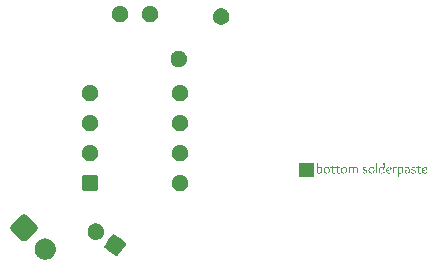
<source format=gbp>
G04                                                      *
G04 Greetings!                                           *
G04 This Gerber was generated by PCBmodE, an open source *
G04 PCB design software. Get it here:                    *
G04                                                      *
G04   http://pcbmode.com                                 *
G04                                                      *
G04 Also visit                                           *
G04                                                      *
G04   http://boldport.com                                *
G04                                                      *
G04 and follow @boldport / @pcbmode for updates!         *
G04                                                      *

G04 leading zeros omitted (L); absolute data (A); 6 integer digits and 6 fractional digits *
%FSLAX66Y66*%

G04 mode (MO): millimeters (MM) *
%MOMM*%

G04 Aperture definitions *
%ADD10C,0.001X*%
%ADD11C,0.001X*%

%LPD*%
G36*
G01X4287177Y-22559969D02*
G01X4287177Y-22559969D01*
G01X4246687Y-22516772D01*
G01X4209572Y-22471646D01*
G01X4175830Y-22424760D01*
G01X4145463Y-22376280D01*
G01X4118470Y-22326374D01*
G01X4094851Y-22275211D01*
G01X4074607Y-22222958D01*
G01X4057736Y-22169782D01*
G01X4044239Y-22115851D01*
G01X4034117Y-22061334D01*
G01X4027369Y-22006397D01*
G01X4023995Y-21951209D01*
G01X4023995Y-21895937D01*
G01X4027369Y-21840748D01*
G01X4034117Y-21785811D01*
G01X4044239Y-21731294D01*
G01X4057736Y-21677363D01*
G01X4074607Y-21624187D01*
G01X4094851Y-21571934D01*
G01X4118470Y-21520771D01*
G01X4145463Y-21470865D01*
G01X4175830Y-21422386D01*
G01X4209572Y-21375499D01*
G01X4246687Y-21330373D01*
G01X4287177Y-21287177D01*
G01X4287177Y-21287177D01*
G01X4287177Y-21287177D01*
G01X4330374Y-21246687D01*
G01X4375499Y-21209572D01*
G01X4422386Y-21175830D01*
G01X4470866Y-21145463D01*
G01X4520771Y-21118470D01*
G01X4571934Y-21094851D01*
G01X4624188Y-21074606D01*
G01X4677364Y-21057736D01*
G01X4731294Y-21044239D01*
G01X4785812Y-21034117D01*
G01X4840748Y-21027369D01*
G01X4895937Y-21023994D01*
G01X4951209Y-21023994D01*
G01X5006397Y-21027369D01*
G01X5061334Y-21034117D01*
G01X5115852Y-21044239D01*
G01X5169782Y-21057736D01*
G01X5222958Y-21074606D01*
G01X5275211Y-21094851D01*
G01X5326375Y-21118470D01*
G01X5376280Y-21145463D01*
G01X5424760Y-21175830D01*
G01X5471647Y-21209572D01*
G01X5516772Y-21246687D01*
G01X5559969Y-21287177D01*
G01X5559969Y-21287177D01*
G01X5559969Y-21287177D01*
G01X5600459Y-21330373D01*
G01X5637574Y-21375499D01*
G01X5671315Y-21422386D01*
G01X5701682Y-21470865D01*
G01X5728675Y-21520771D01*
G01X5752294Y-21571934D01*
G01X5772539Y-21624187D01*
G01X5789410Y-21677363D01*
G01X5802906Y-21731294D01*
G01X5813029Y-21785811D01*
G01X5819777Y-21840748D01*
G01X5823151Y-21895937D01*
G01X5823151Y-21951209D01*
G01X5819777Y-22006397D01*
G01X5813029Y-22061334D01*
G01X5802906Y-22115851D01*
G01X5789410Y-22169782D01*
G01X5772539Y-22222958D01*
G01X5752294Y-22275211D01*
G01X5728675Y-22326374D01*
G01X5701682Y-22376280D01*
G01X5671315Y-22424760D01*
G01X5637574Y-22471646D01*
G01X5600459Y-22516772D01*
G01X5559969Y-22559969D01*
G01X5559969Y-22559969D01*
G01X5559969Y-22559969D01*
G01X5516772Y-22600458D01*
G01X5471647Y-22637574D01*
G01X5424760Y-22671315D01*
G01X5376280Y-22701682D01*
G01X5326375Y-22728675D01*
G01X5275211Y-22752294D01*
G01X5222958Y-22772539D01*
G01X5169782Y-22789410D01*
G01X5115852Y-22802906D01*
G01X5061334Y-22813029D01*
G01X5006397Y-22819777D01*
G01X4951209Y-22823151D01*
G01X4895937Y-22823151D01*
G01X4840748Y-22819777D01*
G01X4785812Y-22813029D01*
G01X4731294Y-22802906D01*
G01X4677364Y-22789410D01*
G01X4624188Y-22772539D01*
G01X4571934Y-22752294D01*
G01X4520771Y-22728675D01*
G01X4470866Y-22701682D01*
G01X4422386Y-22671315D01*
G01X4375499Y-22637574D01*
G01X4330374Y-22600458D01*
G01X4287177Y-22559969D01*
G01X4287177Y-22559969D01*
G37*
G36*
G01X3763918Y-20763918D02*
G01X4188182Y-20339653D01*
G01X4188182Y-20339653D01*
G01X4219814Y-20302468D01*
G01X4244417Y-20261789D01*
G01X4261991Y-20218489D01*
G01X4272535Y-20173442D01*
G01X4276049Y-20127521D01*
G01X4272535Y-20081601D01*
G01X4261991Y-20036554D01*
G01X4244417Y-19993254D01*
G01X4219814Y-19952575D01*
G01X4188182Y-19915389D01*
G01X4188182Y-19915389D01*
G01X3763918Y-19491125D01*
G01X3339653Y-19066861D01*
G01X3339653Y-19066861D01*
G01X3302468Y-19035229D01*
G01X3261789Y-19010626D01*
G01X3218489Y-18993052D01*
G01X3173442Y-18982508D01*
G01X3127521Y-18978994D01*
G01X3081601Y-18982508D01*
G01X3036554Y-18993052D01*
G01X2993254Y-19010626D01*
G01X2952575Y-19035229D01*
G01X2915389Y-19066861D01*
G01X2915389Y-19066861D01*
G01X2491125Y-19491125D01*
G01X2066861Y-19915389D01*
G01X2066861Y-19915389D01*
G01X2035229Y-19952575D01*
G01X2010626Y-19993254D01*
G01X1993052Y-20036554D01*
G01X1982508Y-20081601D01*
G01X1978994Y-20127521D01*
G01X1982508Y-20173442D01*
G01X1993052Y-20218489D01*
G01X2010626Y-20261789D01*
G01X2035229Y-20302468D01*
G01X2066861Y-20339653D01*
G01X2066861Y-20339653D01*
G01X2491125Y-20763918D01*
G01X2915389Y-21188182D01*
G01X2915389Y-21188182D01*
G01X2952575Y-21219814D01*
G01X2993254Y-21244417D01*
G01X3036554Y-21261991D01*
G01X3081601Y-21272535D01*
G01X3127521Y-21276049D01*
G01X3173442Y-21272535D01*
G01X3218489Y-21261991D01*
G01X3261789Y-21244417D01*
G01X3302468Y-21219814D01*
G01X3339653Y-21188182D01*
G01X3339653Y-21188182D01*
G01X3763918Y-20763918D01*
G37*
G36*
G01X11255547Y-2725547D02*
G01X11255547Y-2725547D01*
G01X11198136Y-2723227D01*
G01X11142004Y-2716385D01*
G01X11087329Y-2705203D01*
G01X11034293Y-2689861D01*
G01X10983076Y-2670538D01*
G01X10933857Y-2647414D01*
G01X10886817Y-2620671D01*
G01X10842136Y-2590488D01*
G01X10799995Y-2557045D01*
G01X10760572Y-2520522D01*
G01X10724050Y-2481100D01*
G01X10690607Y-2438958D01*
G01X10660423Y-2394277D01*
G01X10633680Y-2347237D01*
G01X10610557Y-2298019D01*
G01X10591234Y-2246801D01*
G01X10575891Y-2193765D01*
G01X10564709Y-2139091D01*
G01X10557868Y-2082958D01*
G01X10555547Y-2025547D01*
G01X10555547Y-2025547D01*
G01X10555547Y-2025547D01*
G01X10557868Y-1968136D01*
G01X10564709Y-1912004D01*
G01X10575891Y-1857329D01*
G01X10591234Y-1804293D01*
G01X10610557Y-1753076D01*
G01X10633680Y-1703857D01*
G01X10660423Y-1656817D01*
G01X10690607Y-1612136D01*
G01X10724050Y-1569995D01*
G01X10760572Y-1530572D01*
G01X10799995Y-1494050D01*
G01X10842136Y-1460607D01*
G01X10886817Y-1430423D01*
G01X10933857Y-1403680D01*
G01X10983076Y-1380557D01*
G01X11034293Y-1361234D01*
G01X11087329Y-1345891D01*
G01X11142004Y-1334709D01*
G01X11198136Y-1327868D01*
G01X11255547Y-1325547D01*
G01X11255547Y-1325547D01*
G01X11255547Y-1325547D01*
G01X11312958Y-1327868D01*
G01X11369091Y-1334709D01*
G01X11423765Y-1345891D01*
G01X11476801Y-1361234D01*
G01X11528019Y-1380557D01*
G01X11577237Y-1403680D01*
G01X11624277Y-1430423D01*
G01X11668958Y-1460607D01*
G01X11711100Y-1494050D01*
G01X11750522Y-1530572D01*
G01X11787045Y-1569995D01*
G01X11820488Y-1612136D01*
G01X11850671Y-1656817D01*
G01X11877414Y-1703857D01*
G01X11900538Y-1753076D01*
G01X11919861Y-1804293D01*
G01X11935203Y-1857329D01*
G01X11946385Y-1912004D01*
G01X11953227Y-1968136D01*
G01X11955547Y-2025547D01*
G01X11955547Y-2025547D01*
G01X11955547Y-2025547D01*
G01X11953227Y-2082958D01*
G01X11946385Y-2139091D01*
G01X11935203Y-2193765D01*
G01X11919861Y-2246801D01*
G01X11900538Y-2298019D01*
G01X11877414Y-2347237D01*
G01X11850671Y-2394277D01*
G01X11820488Y-2438958D01*
G01X11787045Y-2481100D01*
G01X11750522Y-2520522D01*
G01X11711100Y-2557045D01*
G01X11668958Y-2590488D01*
G01X11624277Y-2620671D01*
G01X11577237Y-2647414D01*
G01X11528019Y-2670538D01*
G01X11476801Y-2689861D01*
G01X11423765Y-2705203D01*
G01X11369091Y-2716385D01*
G01X11312958Y-2723227D01*
G01X11255547Y-2725547D01*
G01X11255547Y-2725547D01*
G37*
G36*
G01X13795547Y-2725547D02*
G01X13795547Y-2725547D01*
G01X13738136Y-2723227D01*
G01X13682004Y-2716385D01*
G01X13627329Y-2705203D01*
G01X13574293Y-2689861D01*
G01X13523076Y-2670538D01*
G01X13473857Y-2647414D01*
G01X13426817Y-2620671D01*
G01X13382136Y-2590488D01*
G01X13339995Y-2557045D01*
G01X13300572Y-2520522D01*
G01X13264050Y-2481100D01*
G01X13230607Y-2438958D01*
G01X13200423Y-2394277D01*
G01X13173680Y-2347237D01*
G01X13150557Y-2298019D01*
G01X13131234Y-2246801D01*
G01X13115891Y-2193765D01*
G01X13104709Y-2139091D01*
G01X13097868Y-2082958D01*
G01X13095547Y-2025547D01*
G01X13095547Y-2025547D01*
G01X13095547Y-2025547D01*
G01X13097868Y-1968136D01*
G01X13104709Y-1912004D01*
G01X13115891Y-1857329D01*
G01X13131234Y-1804293D01*
G01X13150557Y-1753076D01*
G01X13173680Y-1703857D01*
G01X13200423Y-1656817D01*
G01X13230607Y-1612136D01*
G01X13264050Y-1569995D01*
G01X13300572Y-1530572D01*
G01X13339995Y-1494050D01*
G01X13382136Y-1460607D01*
G01X13426817Y-1430423D01*
G01X13473857Y-1403680D01*
G01X13523076Y-1380557D01*
G01X13574293Y-1361234D01*
G01X13627329Y-1345891D01*
G01X13682004Y-1334709D01*
G01X13738136Y-1327868D01*
G01X13795547Y-1325547D01*
G01X13795547Y-1325547D01*
G01X13795547Y-1325547D01*
G01X13852958Y-1327868D01*
G01X13909091Y-1334709D01*
G01X13963765Y-1345891D01*
G01X14016801Y-1361234D01*
G01X14068019Y-1380557D01*
G01X14117237Y-1403680D01*
G01X14164277Y-1430423D01*
G01X14208958Y-1460607D01*
G01X14251100Y-1494050D01*
G01X14290522Y-1530572D01*
G01X14327045Y-1569995D01*
G01X14360488Y-1612136D01*
G01X14390671Y-1656817D01*
G01X14417414Y-1703857D01*
G01X14440538Y-1753076D01*
G01X14459861Y-1804293D01*
G01X14475203Y-1857329D01*
G01X14486385Y-1912004D01*
G01X14493227Y-1968136D01*
G01X14495547Y-2025547D01*
G01X14495547Y-2025547D01*
G01X14495547Y-2025547D01*
G01X14493227Y-2082958D01*
G01X14486385Y-2139091D01*
G01X14475203Y-2193765D01*
G01X14459861Y-2246801D01*
G01X14440538Y-2298019D01*
G01X14417414Y-2347237D01*
G01X14390671Y-2394277D01*
G01X14360488Y-2438958D01*
G01X14327045Y-2481100D01*
G01X14290522Y-2520522D01*
G01X14251100Y-2557045D01*
G01X14208958Y-2590488D01*
G01X14164277Y-2620671D01*
G01X14117237Y-2647414D01*
G01X14068019Y-2670538D01*
G01X14016801Y-2689861D01*
G01X13963765Y-2705203D01*
G01X13909091Y-2716385D01*
G01X13852958Y-2723227D01*
G01X13795547Y-2725547D01*
G01X13795547Y-2725547D01*
G37*
G36*
G01X15734521Y-6316573D02*
G01X15734521Y-6316573D01*
G01X15695566Y-6274337D01*
G01X15660712Y-6229808D01*
G01X15629958Y-6183240D01*
G01X15603305Y-6134889D01*
G01X15580752Y-6085009D01*
G01X15562300Y-6033856D01*
G01X15547948Y-5981683D01*
G01X15537697Y-5928746D01*
G01X15531546Y-5875300D01*
G01X15529496Y-5821599D01*
G01X15531546Y-5767897D01*
G01X15537697Y-5714451D01*
G01X15547948Y-5661514D01*
G01X15562300Y-5609341D01*
G01X15580752Y-5558188D01*
G01X15603305Y-5508308D01*
G01X15629958Y-5459957D01*
G01X15660712Y-5413390D01*
G01X15695566Y-5368860D01*
G01X15734521Y-5326624D01*
G01X15734521Y-5326624D01*
G01X15734521Y-5326624D01*
G01X15776757Y-5287669D01*
G01X15821287Y-5252815D01*
G01X15867854Y-5222061D01*
G01X15916205Y-5195408D01*
G01X15966085Y-5172855D01*
G01X16017239Y-5154403D01*
G01X16069411Y-5140051D01*
G01X16122348Y-5129800D01*
G01X16175794Y-5123649D01*
G01X16229496Y-5121599D01*
G01X16283197Y-5123649D01*
G01X16336643Y-5129800D01*
G01X16389580Y-5140051D01*
G01X16441753Y-5154403D01*
G01X16492906Y-5172855D01*
G01X16542786Y-5195408D01*
G01X16591137Y-5222061D01*
G01X16637705Y-5252815D01*
G01X16682234Y-5287669D01*
G01X16724470Y-5326624D01*
G01X16724470Y-5326624D01*
G01X16724470Y-5326624D01*
G01X16763425Y-5368860D01*
G01X16798280Y-5413390D01*
G01X16829033Y-5459957D01*
G01X16855687Y-5508308D01*
G01X16878239Y-5558188D01*
G01X16896692Y-5609341D01*
G01X16911043Y-5661514D01*
G01X16921295Y-5714451D01*
G01X16927445Y-5767897D01*
G01X16929496Y-5821599D01*
G01X16927445Y-5875300D01*
G01X16921295Y-5928746D01*
G01X16911043Y-5981683D01*
G01X16896692Y-6033856D01*
G01X16878239Y-6085009D01*
G01X16855687Y-6134889D01*
G01X16829033Y-6183240D01*
G01X16798280Y-6229808D01*
G01X16763425Y-6274337D01*
G01X16724470Y-6316573D01*
G01X16724470Y-6316573D01*
G01X16724470Y-6316573D01*
G01X16682234Y-6355528D01*
G01X16637705Y-6390382D01*
G01X16591137Y-6421136D01*
G01X16542786Y-6447790D01*
G01X16492906Y-6470342D01*
G01X16441753Y-6488795D01*
G01X16389580Y-6503146D01*
G01X16336643Y-6513398D01*
G01X16283197Y-6519548D01*
G01X16229496Y-6521599D01*
G01X16175794Y-6519548D01*
G01X16122348Y-6513398D01*
G01X16069411Y-6503146D01*
G01X16017239Y-6488795D01*
G01X15966085Y-6470342D01*
G01X15916205Y-6447790D01*
G01X15867854Y-6421136D01*
G01X15821287Y-6390382D01*
G01X15776757Y-6355528D01*
G01X15734521Y-6316573D01*
G01X15734521Y-6316573D01*
G37*
G36*
G01X19326623Y-2724471D02*
G01X19326623Y-2724471D01*
G01X19287669Y-2682234D01*
G01X19252814Y-2637705D01*
G01X19222060Y-2591137D01*
G01X19195407Y-2542786D01*
G01X19172854Y-2492907D01*
G01X19154402Y-2441753D01*
G01X19140050Y-2389581D01*
G01X19129799Y-2336644D01*
G01X19123648Y-2283197D01*
G01X19121598Y-2229496D01*
G01X19123648Y-2175795D01*
G01X19129799Y-2122349D01*
G01X19140050Y-2069412D01*
G01X19154402Y-2017239D01*
G01X19172854Y-1966086D01*
G01X19195407Y-1916206D01*
G01X19222060Y-1867855D01*
G01X19252814Y-1821287D01*
G01X19287669Y-1776758D01*
G01X19326623Y-1734521D01*
G01X19326623Y-1734521D01*
G01X19326623Y-1734521D01*
G01X19368860Y-1695567D01*
G01X19413389Y-1660712D01*
G01X19459957Y-1629959D01*
G01X19508308Y-1603305D01*
G01X19558187Y-1580753D01*
G01X19609341Y-1562300D01*
G01X19661514Y-1547948D01*
G01X19714450Y-1537697D01*
G01X19767897Y-1531546D01*
G01X19821598Y-1529496D01*
G01X19875299Y-1531546D01*
G01X19928746Y-1537697D01*
G01X19981683Y-1547948D01*
G01X20033855Y-1562300D01*
G01X20085009Y-1580753D01*
G01X20134888Y-1603305D01*
G01X20183239Y-1629959D01*
G01X20229807Y-1660712D01*
G01X20274336Y-1695567D01*
G01X20316573Y-1734521D01*
G01X20316573Y-1734521D01*
G01X20316573Y-1734521D01*
G01X20355528Y-1776758D01*
G01X20390382Y-1821287D01*
G01X20421136Y-1867855D01*
G01X20447789Y-1916206D01*
G01X20470342Y-1966086D01*
G01X20488794Y-2017239D01*
G01X20503146Y-2069412D01*
G01X20513397Y-2122349D01*
G01X20519548Y-2175795D01*
G01X20521598Y-2229496D01*
G01X20519548Y-2283197D01*
G01X20513397Y-2336644D01*
G01X20503146Y-2389581D01*
G01X20488794Y-2441753D01*
G01X20470342Y-2492907D01*
G01X20447789Y-2542786D01*
G01X20421136Y-2591137D01*
G01X20390382Y-2637705D01*
G01X20355528Y-2682234D01*
G01X20316573Y-2724471D01*
G01X20316573Y-2724471D01*
G01X20316573Y-2724471D01*
G01X20274336Y-2763426D01*
G01X20229807Y-2798280D01*
G01X20183239Y-2829034D01*
G01X20134888Y-2855687D01*
G01X20085009Y-2878240D01*
G01X20033855Y-2896692D01*
G01X19981683Y-2911044D01*
G01X19928746Y-2921295D01*
G01X19875299Y-2927446D01*
G01X19821598Y-2929496D01*
G01X19767897Y-2927446D01*
G01X19714450Y-2921295D01*
G01X19661514Y-2911044D01*
G01X19609341Y-2896692D01*
G01X19558187Y-2878240D01*
G01X19508308Y-2855687D01*
G01X19459957Y-2829034D01*
G01X19413389Y-2798280D01*
G01X19368860Y-2763426D01*
G01X19326623Y-2724471D01*
G01X19326623Y-2724471D01*
G37*
G36*
G01X8715547Y-15635547D02*
G01X8265547Y-15635547D01*
G01X8265547Y-15635547D01*
G01X8213213Y-15641033D01*
G01X8164661Y-15656739D01*
G01X8121021Y-15681532D01*
G01X8083425Y-15714282D01*
G01X8053003Y-15753858D01*
G01X8030886Y-15799130D01*
G01X8018204Y-15848966D01*
G01X8015547Y-15885547D01*
G01X8015547Y-16335547D01*
G01X8015547Y-16785547D01*
G01X8015547Y-16785547D01*
G01X8021033Y-16837881D01*
G01X8036739Y-16886433D01*
G01X8061532Y-16930073D01*
G01X8094282Y-16967669D01*
G01X8133858Y-16998091D01*
G01X8179130Y-17020209D01*
G01X8228966Y-17032890D01*
G01X8265547Y-17035547D01*
G01X8715547Y-17035547D01*
G01X9165547Y-17035547D01*
G01X9165547Y-17035547D01*
G01X9217881Y-17030061D01*
G01X9266433Y-17014356D01*
G01X9310073Y-16989563D01*
G01X9347669Y-16956813D01*
G01X9378091Y-16917236D01*
G01X9400209Y-16871965D01*
G01X9412890Y-16822129D01*
G01X9415547Y-16785547D01*
G01X9415547Y-16335547D01*
G01X9415547Y-15885547D01*
G01X9415547Y-15885547D01*
G01X9410061Y-15833213D01*
G01X9394356Y-15784661D01*
G01X9369563Y-15741021D01*
G01X9336813Y-15703425D01*
G01X9297236Y-15673003D01*
G01X9251965Y-15650886D01*
G01X9202129Y-15638204D01*
G01X9165547Y-15635547D01*
G01X8715547Y-15635547D01*
G37*
G36*
G01X8015547Y-11255547D02*
G01X8015547Y-11255547D01*
G01X8017868Y-11198136D01*
G01X8024709Y-11142004D01*
G01X8035891Y-11087329D01*
G01X8051234Y-11034293D01*
G01X8070557Y-10983076D01*
G01X8093680Y-10933857D01*
G01X8120423Y-10886817D01*
G01X8150607Y-10842136D01*
G01X8184050Y-10799995D01*
G01X8220572Y-10760572D01*
G01X8259995Y-10724050D01*
G01X8302136Y-10690607D01*
G01X8346817Y-10660423D01*
G01X8393857Y-10633680D01*
G01X8443076Y-10610557D01*
G01X8494293Y-10591234D01*
G01X8547329Y-10575891D01*
G01X8602004Y-10564709D01*
G01X8658136Y-10557868D01*
G01X8715547Y-10555547D01*
G01X8715547Y-10555547D01*
G01X8715547Y-10555547D01*
G01X8772958Y-10557868D01*
G01X8829091Y-10564709D01*
G01X8883765Y-10575891D01*
G01X8936801Y-10591234D01*
G01X8988019Y-10610557D01*
G01X9037237Y-10633680D01*
G01X9084277Y-10660423D01*
G01X9128958Y-10690607D01*
G01X9171100Y-10724050D01*
G01X9210522Y-10760572D01*
G01X9247045Y-10799995D01*
G01X9280488Y-10842136D01*
G01X9310671Y-10886817D01*
G01X9337414Y-10933857D01*
G01X9360538Y-10983076D01*
G01X9379861Y-11034293D01*
G01X9395203Y-11087329D01*
G01X9406385Y-11142004D01*
G01X9413227Y-11198136D01*
G01X9415547Y-11255547D01*
G01X9415547Y-11255547D01*
G01X9415547Y-11255547D01*
G01X9413227Y-11312958D01*
G01X9406385Y-11369091D01*
G01X9395203Y-11423765D01*
G01X9379861Y-11476801D01*
G01X9360538Y-11528019D01*
G01X9337414Y-11577237D01*
G01X9310671Y-11624277D01*
G01X9280488Y-11668958D01*
G01X9247045Y-11711100D01*
G01X9210522Y-11750522D01*
G01X9171100Y-11787045D01*
G01X9128958Y-11820488D01*
G01X9084277Y-11850671D01*
G01X9037237Y-11877414D01*
G01X8988019Y-11900538D01*
G01X8936801Y-11919861D01*
G01X8883765Y-11935203D01*
G01X8829091Y-11946385D01*
G01X8772958Y-11953227D01*
G01X8715547Y-11955547D01*
G01X8715547Y-11955547D01*
G01X8715547Y-11955547D01*
G01X8658136Y-11953227D01*
G01X8602004Y-11946385D01*
G01X8547329Y-11935203D01*
G01X8494293Y-11919861D01*
G01X8443076Y-11900538D01*
G01X8393857Y-11877414D01*
G01X8346817Y-11850671D01*
G01X8302136Y-11820488D01*
G01X8259995Y-11787045D01*
G01X8220572Y-11750522D01*
G01X8184050Y-11711100D01*
G01X8150607Y-11668958D01*
G01X8120423Y-11624277D01*
G01X8093680Y-11577237D01*
G01X8070557Y-11528019D01*
G01X8051234Y-11476801D01*
G01X8035891Y-11423765D01*
G01X8024709Y-11369091D01*
G01X8017868Y-11312958D01*
G01X8015547Y-11255547D01*
G01X8015547Y-11255547D01*
G37*
G36*
G01X8015547Y-13795547D02*
G01X8015547Y-13795547D01*
G01X8017868Y-13738136D01*
G01X8024709Y-13682004D01*
G01X8035891Y-13627329D01*
G01X8051234Y-13574293D01*
G01X8070557Y-13523076D01*
G01X8093680Y-13473857D01*
G01X8120423Y-13426817D01*
G01X8150607Y-13382136D01*
G01X8184050Y-13339995D01*
G01X8220572Y-13300572D01*
G01X8259995Y-13264050D01*
G01X8302136Y-13230607D01*
G01X8346817Y-13200423D01*
G01X8393857Y-13173680D01*
G01X8443076Y-13150557D01*
G01X8494293Y-13131234D01*
G01X8547329Y-13115891D01*
G01X8602004Y-13104709D01*
G01X8658136Y-13097868D01*
G01X8715547Y-13095547D01*
G01X8715547Y-13095547D01*
G01X8715547Y-13095547D01*
G01X8772958Y-13097868D01*
G01X8829091Y-13104709D01*
G01X8883765Y-13115891D01*
G01X8936801Y-13131234D01*
G01X8988019Y-13150557D01*
G01X9037237Y-13173680D01*
G01X9084277Y-13200423D01*
G01X9128958Y-13230607D01*
G01X9171100Y-13264050D01*
G01X9210522Y-13300572D01*
G01X9247045Y-13339995D01*
G01X9280488Y-13382136D01*
G01X9310671Y-13426817D01*
G01X9337414Y-13473857D01*
G01X9360538Y-13523076D01*
G01X9379861Y-13574293D01*
G01X9395203Y-13627329D01*
G01X9406385Y-13682004D01*
G01X9413227Y-13738136D01*
G01X9415547Y-13795547D01*
G01X9415547Y-13795547D01*
G01X9415547Y-13795547D01*
G01X9413227Y-13852958D01*
G01X9406385Y-13909091D01*
G01X9395203Y-13963765D01*
G01X9379861Y-14016801D01*
G01X9360538Y-14068019D01*
G01X9337414Y-14117237D01*
G01X9310671Y-14164277D01*
G01X9280488Y-14208958D01*
G01X9247045Y-14251100D01*
G01X9210522Y-14290522D01*
G01X9171100Y-14327045D01*
G01X9128958Y-14360488D01*
G01X9084277Y-14390671D01*
G01X9037237Y-14417414D01*
G01X8988019Y-14440538D01*
G01X8936801Y-14459861D01*
G01X8883765Y-14475203D01*
G01X8829091Y-14486385D01*
G01X8772958Y-14493227D01*
G01X8715547Y-14495547D01*
G01X8715547Y-14495547D01*
G01X8715547Y-14495547D01*
G01X8658136Y-14493227D01*
G01X8602004Y-14486385D01*
G01X8547329Y-14475203D01*
G01X8494293Y-14459861D01*
G01X8443076Y-14440538D01*
G01X8393857Y-14417414D01*
G01X8346817Y-14390671D01*
G01X8302136Y-14360488D01*
G01X8259995Y-14327045D01*
G01X8220572Y-14290522D01*
G01X8184050Y-14251100D01*
G01X8150607Y-14208958D01*
G01X8120423Y-14164277D01*
G01X8093680Y-14117237D01*
G01X8070557Y-14068019D01*
G01X8051234Y-14016801D01*
G01X8035891Y-13963765D01*
G01X8024709Y-13909091D01*
G01X8017868Y-13852958D01*
G01X8015547Y-13795547D01*
G01X8015547Y-13795547D01*
G37*
G36*
G01X15635547Y-8715547D02*
G01X15635547Y-8715547D01*
G01X15637868Y-8658136D01*
G01X15644709Y-8602004D01*
G01X15655891Y-8547329D01*
G01X15671234Y-8494293D01*
G01X15690557Y-8443076D01*
G01X15713680Y-8393857D01*
G01X15740423Y-8346817D01*
G01X15770607Y-8302136D01*
G01X15804050Y-8259995D01*
G01X15840572Y-8220572D01*
G01X15879995Y-8184050D01*
G01X15922136Y-8150607D01*
G01X15966817Y-8120423D01*
G01X16013857Y-8093680D01*
G01X16063076Y-8070557D01*
G01X16114293Y-8051234D01*
G01X16167329Y-8035891D01*
G01X16222004Y-8024709D01*
G01X16278136Y-8017868D01*
G01X16335547Y-8015547D01*
G01X16335547Y-8015547D01*
G01X16335547Y-8015547D01*
G01X16392958Y-8017868D01*
G01X16449091Y-8024709D01*
G01X16503765Y-8035891D01*
G01X16556801Y-8051234D01*
G01X16608019Y-8070557D01*
G01X16657237Y-8093680D01*
G01X16704277Y-8120423D01*
G01X16748958Y-8150607D01*
G01X16791100Y-8184050D01*
G01X16830522Y-8220572D01*
G01X16867045Y-8259995D01*
G01X16900488Y-8302136D01*
G01X16930671Y-8346817D01*
G01X16957414Y-8393857D01*
G01X16980538Y-8443076D01*
G01X16999861Y-8494293D01*
G01X17015203Y-8547329D01*
G01X17026385Y-8602004D01*
G01X17033227Y-8658136D01*
G01X17035547Y-8715547D01*
G01X17035547Y-8715547D01*
G01X17035547Y-8715547D01*
G01X17033227Y-8772958D01*
G01X17026385Y-8829091D01*
G01X17015203Y-8883765D01*
G01X16999861Y-8936801D01*
G01X16980538Y-8988019D01*
G01X16957414Y-9037237D01*
G01X16930671Y-9084277D01*
G01X16900488Y-9128958D01*
G01X16867045Y-9171100D01*
G01X16830522Y-9210522D01*
G01X16791100Y-9247045D01*
G01X16748958Y-9280488D01*
G01X16704277Y-9310671D01*
G01X16657237Y-9337414D01*
G01X16608019Y-9360538D01*
G01X16556801Y-9379861D01*
G01X16503765Y-9395203D01*
G01X16449091Y-9406385D01*
G01X16392958Y-9413227D01*
G01X16335547Y-9415547D01*
G01X16335547Y-9415547D01*
G01X16335547Y-9415547D01*
G01X16278136Y-9413227D01*
G01X16222004Y-9406385D01*
G01X16167329Y-9395203D01*
G01X16114293Y-9379861D01*
G01X16063076Y-9360538D01*
G01X16013857Y-9337414D01*
G01X15966817Y-9310671D01*
G01X15922136Y-9280488D01*
G01X15879995Y-9247045D01*
G01X15840572Y-9210522D01*
G01X15804050Y-9171100D01*
G01X15770607Y-9128958D01*
G01X15740423Y-9084277D01*
G01X15713680Y-9037237D01*
G01X15690557Y-8988019D01*
G01X15671234Y-8936801D01*
G01X15655891Y-8883765D01*
G01X15644709Y-8829091D01*
G01X15637868Y-8772958D01*
G01X15635547Y-8715547D01*
G01X15635547Y-8715547D01*
G37*
G36*
G01X8015547Y-8715547D02*
G01X8015547Y-8715547D01*
G01X8017868Y-8658136D01*
G01X8024709Y-8602004D01*
G01X8035891Y-8547329D01*
G01X8051234Y-8494293D01*
G01X8070557Y-8443076D01*
G01X8093680Y-8393857D01*
G01X8120423Y-8346817D01*
G01X8150607Y-8302136D01*
G01X8184050Y-8259995D01*
G01X8220572Y-8220572D01*
G01X8259995Y-8184050D01*
G01X8302136Y-8150607D01*
G01X8346817Y-8120423D01*
G01X8393857Y-8093680D01*
G01X8443076Y-8070557D01*
G01X8494293Y-8051234D01*
G01X8547329Y-8035891D01*
G01X8602004Y-8024709D01*
G01X8658136Y-8017868D01*
G01X8715547Y-8015547D01*
G01X8715547Y-8015547D01*
G01X8715547Y-8015547D01*
G01X8772958Y-8017868D01*
G01X8829091Y-8024709D01*
G01X8883765Y-8035891D01*
G01X8936801Y-8051234D01*
G01X8988019Y-8070557D01*
G01X9037237Y-8093680D01*
G01X9084277Y-8120423D01*
G01X9128958Y-8150607D01*
G01X9171100Y-8184050D01*
G01X9210522Y-8220572D01*
G01X9247045Y-8259995D01*
G01X9280488Y-8302136D01*
G01X9310671Y-8346817D01*
G01X9337414Y-8393857D01*
G01X9360538Y-8443076D01*
G01X9379861Y-8494293D01*
G01X9395203Y-8547329D01*
G01X9406385Y-8602004D01*
G01X9413227Y-8658136D01*
G01X9415547Y-8715547D01*
G01X9415547Y-8715547D01*
G01X9415547Y-8715547D01*
G01X9413227Y-8772958D01*
G01X9406385Y-8829091D01*
G01X9395203Y-8883765D01*
G01X9379861Y-8936801D01*
G01X9360538Y-8988019D01*
G01X9337414Y-9037237D01*
G01X9310671Y-9084277D01*
G01X9280488Y-9128958D01*
G01X9247045Y-9171100D01*
G01X9210522Y-9210522D01*
G01X9171100Y-9247045D01*
G01X9128958Y-9280488D01*
G01X9084277Y-9310671D01*
G01X9037237Y-9337414D01*
G01X8988019Y-9360538D01*
G01X8936801Y-9379861D01*
G01X8883765Y-9395203D01*
G01X8829091Y-9406385D01*
G01X8772958Y-9413227D01*
G01X8715547Y-9415547D01*
G01X8715547Y-9415547D01*
G01X8715547Y-9415547D01*
G01X8658136Y-9413227D01*
G01X8602004Y-9406385D01*
G01X8547329Y-9395203D01*
G01X8494293Y-9379861D01*
G01X8443076Y-9360538D01*
G01X8393857Y-9337414D01*
G01X8346817Y-9310671D01*
G01X8302136Y-9280488D01*
G01X8259995Y-9247045D01*
G01X8220572Y-9210522D01*
G01X8184050Y-9171100D01*
G01X8150607Y-9128958D01*
G01X8120423Y-9084277D01*
G01X8093680Y-9037237D01*
G01X8070557Y-8988019D01*
G01X8051234Y-8936801D01*
G01X8035891Y-8883765D01*
G01X8024709Y-8829091D01*
G01X8017868Y-8772958D01*
G01X8015547Y-8715547D01*
G01X8015547Y-8715547D01*
G37*
G36*
G01X15635547Y-13795547D02*
G01X15635547Y-13795547D01*
G01X15637868Y-13738136D01*
G01X15644709Y-13682004D01*
G01X15655891Y-13627329D01*
G01X15671234Y-13574293D01*
G01X15690557Y-13523076D01*
G01X15713680Y-13473857D01*
G01X15740423Y-13426817D01*
G01X15770607Y-13382136D01*
G01X15804050Y-13339995D01*
G01X15840572Y-13300572D01*
G01X15879995Y-13264050D01*
G01X15922136Y-13230607D01*
G01X15966817Y-13200423D01*
G01X16013857Y-13173680D01*
G01X16063076Y-13150557D01*
G01X16114293Y-13131234D01*
G01X16167329Y-13115891D01*
G01X16222004Y-13104709D01*
G01X16278136Y-13097868D01*
G01X16335547Y-13095547D01*
G01X16335547Y-13095547D01*
G01X16335547Y-13095547D01*
G01X16392958Y-13097868D01*
G01X16449091Y-13104709D01*
G01X16503765Y-13115891D01*
G01X16556801Y-13131234D01*
G01X16608019Y-13150557D01*
G01X16657237Y-13173680D01*
G01X16704277Y-13200423D01*
G01X16748958Y-13230607D01*
G01X16791100Y-13264050D01*
G01X16830522Y-13300572D01*
G01X16867045Y-13339995D01*
G01X16900488Y-13382136D01*
G01X16930671Y-13426817D01*
G01X16957414Y-13473857D01*
G01X16980538Y-13523076D01*
G01X16999861Y-13574293D01*
G01X17015203Y-13627329D01*
G01X17026385Y-13682004D01*
G01X17033227Y-13738136D01*
G01X17035547Y-13795547D01*
G01X17035547Y-13795547D01*
G01X17035547Y-13795547D01*
G01X17033227Y-13852958D01*
G01X17026385Y-13909091D01*
G01X17015203Y-13963765D01*
G01X16999861Y-14016801D01*
G01X16980538Y-14068019D01*
G01X16957414Y-14117237D01*
G01X16930671Y-14164277D01*
G01X16900488Y-14208958D01*
G01X16867045Y-14251100D01*
G01X16830522Y-14290522D01*
G01X16791100Y-14327045D01*
G01X16748958Y-14360488D01*
G01X16704277Y-14390671D01*
G01X16657237Y-14417414D01*
G01X16608019Y-14440538D01*
G01X16556801Y-14459861D01*
G01X16503765Y-14475203D01*
G01X16449091Y-14486385D01*
G01X16392958Y-14493227D01*
G01X16335547Y-14495547D01*
G01X16335547Y-14495547D01*
G01X16335547Y-14495547D01*
G01X16278136Y-14493227D01*
G01X16222004Y-14486385D01*
G01X16167329Y-14475203D01*
G01X16114293Y-14459861D01*
G01X16063076Y-14440538D01*
G01X16013857Y-14417414D01*
G01X15966817Y-14390671D01*
G01X15922136Y-14360488D01*
G01X15879995Y-14327045D01*
G01X15840572Y-14290522D01*
G01X15804050Y-14251100D01*
G01X15770607Y-14208958D01*
G01X15740423Y-14164277D01*
G01X15713680Y-14117237D01*
G01X15690557Y-14068019D01*
G01X15671234Y-14016801D01*
G01X15655891Y-13963765D01*
G01X15644709Y-13909091D01*
G01X15637868Y-13852958D01*
G01X15635547Y-13795547D01*
G01X15635547Y-13795547D01*
G37*
G36*
G01X15635547Y-11255547D02*
G01X15635547Y-11255547D01*
G01X15637868Y-11198136D01*
G01X15644709Y-11142004D01*
G01X15655891Y-11087329D01*
G01X15671234Y-11034293D01*
G01X15690557Y-10983076D01*
G01X15713680Y-10933857D01*
G01X15740423Y-10886817D01*
G01X15770607Y-10842136D01*
G01X15804050Y-10799995D01*
G01X15840572Y-10760572D01*
G01X15879995Y-10724050D01*
G01X15922136Y-10690607D01*
G01X15966817Y-10660423D01*
G01X16013857Y-10633680D01*
G01X16063076Y-10610557D01*
G01X16114293Y-10591234D01*
G01X16167329Y-10575891D01*
G01X16222004Y-10564709D01*
G01X16278136Y-10557868D01*
G01X16335547Y-10555547D01*
G01X16335547Y-10555547D01*
G01X16335547Y-10555547D01*
G01X16392958Y-10557868D01*
G01X16449091Y-10564709D01*
G01X16503765Y-10575891D01*
G01X16556801Y-10591234D01*
G01X16608019Y-10610557D01*
G01X16657237Y-10633680D01*
G01X16704277Y-10660423D01*
G01X16748958Y-10690607D01*
G01X16791100Y-10724050D01*
G01X16830522Y-10760572D01*
G01X16867045Y-10799995D01*
G01X16900488Y-10842136D01*
G01X16930671Y-10886817D01*
G01X16957414Y-10933857D01*
G01X16980538Y-10983076D01*
G01X16999861Y-11034293D01*
G01X17015203Y-11087329D01*
G01X17026385Y-11142004D01*
G01X17033227Y-11198136D01*
G01X17035547Y-11255547D01*
G01X17035547Y-11255547D01*
G01X17035547Y-11255547D01*
G01X17033227Y-11312958D01*
G01X17026385Y-11369091D01*
G01X17015203Y-11423765D01*
G01X16999861Y-11476801D01*
G01X16980538Y-11528019D01*
G01X16957414Y-11577237D01*
G01X16930671Y-11624277D01*
G01X16900488Y-11668958D01*
G01X16867045Y-11711100D01*
G01X16830522Y-11750522D01*
G01X16791100Y-11787045D01*
G01X16748958Y-11820488D01*
G01X16704277Y-11850671D01*
G01X16657237Y-11877414D01*
G01X16608019Y-11900538D01*
G01X16556801Y-11919861D01*
G01X16503765Y-11935203D01*
G01X16449091Y-11946385D01*
G01X16392958Y-11953227D01*
G01X16335547Y-11955547D01*
G01X16335547Y-11955547D01*
G01X16335547Y-11955547D01*
G01X16278136Y-11953227D01*
G01X16222004Y-11946385D01*
G01X16167329Y-11935203D01*
G01X16114293Y-11919861D01*
G01X16063076Y-11900538D01*
G01X16013857Y-11877414D01*
G01X15966817Y-11850671D01*
G01X15922136Y-11820488D01*
G01X15879995Y-11787045D01*
G01X15840572Y-11750522D01*
G01X15804050Y-11711100D01*
G01X15770607Y-11668958D01*
G01X15740423Y-11624277D01*
G01X15713680Y-11577237D01*
G01X15690557Y-11528019D01*
G01X15671234Y-11476801D01*
G01X15655891Y-11423765D01*
G01X15644709Y-11369091D01*
G01X15637868Y-11312958D01*
G01X15635547Y-11255547D01*
G01X15635547Y-11255547D01*
G37*
G36*
G01X15635547Y-16335547D02*
G01X15635547Y-16335547D01*
G01X15637868Y-16278136D01*
G01X15644709Y-16222004D01*
G01X15655891Y-16167329D01*
G01X15671234Y-16114293D01*
G01X15690557Y-16063076D01*
G01X15713680Y-16013857D01*
G01X15740423Y-15966817D01*
G01X15770607Y-15922136D01*
G01X15804050Y-15879995D01*
G01X15840572Y-15840572D01*
G01X15879995Y-15804050D01*
G01X15922136Y-15770607D01*
G01X15966817Y-15740423D01*
G01X16013857Y-15713680D01*
G01X16063076Y-15690557D01*
G01X16114293Y-15671234D01*
G01X16167329Y-15655891D01*
G01X16222004Y-15644709D01*
G01X16278136Y-15637868D01*
G01X16335547Y-15635547D01*
G01X16335547Y-15635547D01*
G01X16335547Y-15635547D01*
G01X16392958Y-15637868D01*
G01X16449091Y-15644709D01*
G01X16503765Y-15655891D01*
G01X16556801Y-15671234D01*
G01X16608019Y-15690557D01*
G01X16657237Y-15713680D01*
G01X16704277Y-15740423D01*
G01X16748958Y-15770607D01*
G01X16791100Y-15804050D01*
G01X16830522Y-15840572D01*
G01X16867045Y-15879995D01*
G01X16900488Y-15922136D01*
G01X16930671Y-15966817D01*
G01X16957414Y-16013857D01*
G01X16980538Y-16063076D01*
G01X16999861Y-16114293D01*
G01X17015203Y-16167329D01*
G01X17026385Y-16222004D01*
G01X17033227Y-16278136D01*
G01X17035547Y-16335547D01*
G01X17035547Y-16335547D01*
G01X17035547Y-16335547D01*
G01X17033227Y-16392958D01*
G01X17026385Y-16449091D01*
G01X17015203Y-16503765D01*
G01X16999861Y-16556801D01*
G01X16980538Y-16608019D01*
G01X16957414Y-16657237D01*
G01X16930671Y-16704277D01*
G01X16900488Y-16748958D01*
G01X16867045Y-16791100D01*
G01X16830522Y-16830522D01*
G01X16791100Y-16867045D01*
G01X16748958Y-16900488D01*
G01X16704277Y-16930671D01*
G01X16657237Y-16957414D01*
G01X16608019Y-16980538D01*
G01X16556801Y-16999861D01*
G01X16503765Y-17015203D01*
G01X16449091Y-17026385D01*
G01X16392958Y-17033227D01*
G01X16335547Y-17035547D01*
G01X16335547Y-17035547D01*
G01X16335547Y-17035547D01*
G01X16278136Y-17033227D01*
G01X16222004Y-17026385D01*
G01X16167329Y-17015203D01*
G01X16114293Y-16999861D01*
G01X16063076Y-16980538D01*
G01X16013857Y-16957414D01*
G01X15966817Y-16930671D01*
G01X15922136Y-16900488D01*
G01X15879995Y-16867045D01*
G01X15840572Y-16830522D01*
G01X15804050Y-16791100D01*
G01X15770607Y-16748958D01*
G01X15740423Y-16704277D01*
G01X15713680Y-16657237D01*
G01X15690557Y-16608019D01*
G01X15671234Y-16556801D01*
G01X15655891Y-16503765D01*
G01X15644709Y-16449091D01*
G01X15637868Y-16392958D01*
G01X15635547Y-16335547D01*
G01X15635547Y-16335547D01*
G37*
G36*
G01X11418105Y-22000628D02*
G01X11733572Y-21550094D01*
G01X11733572Y-21550094D01*
G01X11754502Y-21506870D01*
G01X11760677Y-21460927D01*
G01X11752703Y-21415704D01*
G01X11731187Y-21374643D01*
G01X11696736Y-21341185D01*
G01X11696736Y-21341185D01*
G01X11246202Y-21025718D01*
G01X10795669Y-20710251D01*
G01X10795669Y-20710251D01*
G01X10752445Y-20689321D01*
G01X10706501Y-20683146D01*
G01X10661279Y-20691120D01*
G01X10620218Y-20712636D01*
G01X10586759Y-20747087D01*
G01X10586759Y-20747087D01*
G01X10271292Y-21197621D01*
G01X9955825Y-21648154D01*
G01X9955825Y-21648154D01*
G01X9934895Y-21691378D01*
G01X9928720Y-21737321D01*
G01X9936694Y-21782544D01*
G01X9958210Y-21823605D01*
G01X9992662Y-21857063D01*
G01X9992662Y-21857063D01*
G01X10443195Y-22172531D01*
G01X10893729Y-22487998D01*
G01X10893729Y-22487998D01*
G01X10936952Y-22508928D01*
G01X10982896Y-22515102D01*
G01X11028119Y-22507128D01*
G01X11069180Y-22485612D01*
G01X11102638Y-22451161D01*
G01X11102638Y-22451161D01*
G01X11418105Y-22000628D01*
G37*
G36*
G01X8804891Y-21025377D02*
G01X8804891Y-21025377D01*
G01X8759194Y-20990546D01*
G01X8717137Y-20952746D01*
G01X8678764Y-20912226D01*
G01X8644119Y-20869238D01*
G01X8613248Y-20824032D01*
G01X8586193Y-20776860D01*
G01X8563000Y-20727972D01*
G01X8543712Y-20677620D01*
G01X8528373Y-20626053D01*
G01X8517029Y-20573524D01*
G01X8509723Y-20520283D01*
G01X8506500Y-20466580D01*
G01X8507403Y-20412667D01*
G01X8512477Y-20358795D01*
G01X8521766Y-20305215D01*
G01X8535315Y-20252176D01*
G01X8553167Y-20199932D01*
G01X8575367Y-20148731D01*
G01X8601959Y-20098826D01*
G01X8632988Y-20050467D01*
G01X8632988Y-20050467D01*
G01X8632988Y-20050467D01*
G01X8667819Y-20004769D01*
G01X8705619Y-19962712D01*
G01X8746139Y-19924339D01*
G01X8789127Y-19889695D01*
G01X8834333Y-19858823D01*
G01X8881505Y-19831769D01*
G01X8930393Y-19808575D01*
G01X8980745Y-19789287D01*
G01X9032312Y-19773949D01*
G01X9084841Y-19762605D01*
G01X9138082Y-19755299D01*
G01X9191785Y-19752075D01*
G01X9245698Y-19752978D01*
G01X9299570Y-19758052D01*
G01X9353150Y-19767342D01*
G01X9406188Y-19780890D01*
G01X9458433Y-19798743D01*
G01X9509634Y-19820943D01*
G01X9559539Y-19847535D01*
G01X9607898Y-19878564D01*
G01X9607898Y-19878564D01*
G01X9607898Y-19878564D01*
G01X9653595Y-19913394D01*
G01X9695653Y-19951195D01*
G01X9734026Y-19991715D01*
G01X9768670Y-20034703D01*
G01X9799542Y-20079908D01*
G01X9826596Y-20127080D01*
G01X9849790Y-20175968D01*
G01X9869078Y-20226321D01*
G01X9884416Y-20277887D01*
G01X9895760Y-20330417D01*
G01X9903066Y-20383658D01*
G01X9906290Y-20437361D01*
G01X9905387Y-20491273D01*
G01X9900312Y-20545145D01*
G01X9891023Y-20598726D01*
G01X9877475Y-20651764D01*
G01X9859622Y-20704009D01*
G01X9837422Y-20755209D01*
G01X9810830Y-20805115D01*
G01X9779801Y-20853474D01*
G01X9779801Y-20853474D01*
G01X9779801Y-20853474D01*
G01X9744971Y-20899171D01*
G01X9707170Y-20941228D01*
G01X9666650Y-20979601D01*
G01X9623662Y-21014246D01*
G01X9578457Y-21045117D01*
G01X9531284Y-21072172D01*
G01X9482397Y-21095365D01*
G01X9432044Y-21114653D01*
G01X9380478Y-21129991D01*
G01X9327948Y-21141336D01*
G01X9274707Y-21148642D01*
G01X9221004Y-21151865D01*
G01X9167092Y-21150962D01*
G01X9113219Y-21145888D01*
G01X9059639Y-21136599D01*
G01X9006601Y-21123050D01*
G01X8954356Y-21105198D01*
G01X8903156Y-21082998D01*
G01X8853250Y-21056405D01*
G01X8804891Y-21025377D01*
G01X8804891Y-21025377D01*
G37*
G36*
G01X26451094Y-14625000D02*
G01X27651094Y-14625000D01*
G01X27651094Y-15825000D01*
G01X26451094Y-15825000D01*
G01X26451094Y-14625000D01*
G37*
G36*
G01X27901094Y-14630859D02*
G01X27901094Y-14630859D01*
G01X27944453Y-14627343D01*
G01X27944453Y-14627343D01*
G01X27995845Y-14659542D01*
G01X27998360Y-14673046D01*
G01X27998360Y-14673046D01*
G01X27998076Y-14718372D01*
G01X27997534Y-14788645D01*
G01X27997193Y-14830875D01*
G01X27997188Y-14831543D01*
G01X27997188Y-14831543D01*
G01X27996453Y-14928363D01*
G01X27996116Y-14984864D01*
G01X27996021Y-15009653D01*
G01X27996016Y-15012890D01*
G01X27996016Y-15012890D01*
G01X28064696Y-14974904D01*
G01X28126046Y-14956086D01*
G01X28168698Y-14949703D01*
G01X28181758Y-14949023D01*
G01X28181758Y-14949023D01*
G01X28255945Y-14963704D01*
G01X28307287Y-14993067D01*
G01X28332083Y-15015089D01*
G01X28333809Y-15016992D01*
G01X28333809Y-15016992D01*
G01X28366517Y-15074600D01*
G01X28383912Y-15138470D01*
G01X28390830Y-15191980D01*
G01X28392106Y-15218509D01*
G01X28392110Y-15219140D01*
G01X28392110Y-15219140D01*
G01X28384051Y-15299557D01*
G01X28365416Y-15364739D01*
G01X28344514Y-15411614D01*
G01X28329656Y-15437115D01*
G01X28327071Y-15440918D01*
G01X28327071Y-15440918D01*
G01X28272807Y-15491377D01*
G01X28213618Y-15518213D01*
G01X28164425Y-15528885D01*
G01X28140147Y-15530853D01*
G01X28139571Y-15530859D01*
G01X28139571Y-15530859D01*
G01X28061802Y-15521592D01*
G01X27996843Y-15499826D01*
G01X27948050Y-15474612D01*
G01X27918774Y-15455001D01*
G01X27911641Y-15449414D01*
G01X27911641Y-15449414D01*
G01X27915705Y-15394926D01*
G01X27918278Y-15327529D01*
G01X27919699Y-15261595D01*
G01X27920303Y-15211495D01*
G01X27920430Y-15191601D01*
G01X27920430Y-15191601D01*
G01X27920430Y-15191601D01*
G01X27919957Y-15130239D01*
G01X27918780Y-15060855D01*
G01X27917262Y-14992345D01*
G01X27915764Y-14933603D01*
G01X27914651Y-14893526D01*
G01X27914278Y-14880761D01*
G01X27914278Y-14880761D01*
G01X27910544Y-14776359D01*
G01X27906979Y-14704582D01*
G01X27903963Y-14660015D01*
G01X27901875Y-14637246D01*
G01X27901094Y-14630859D01*
G01X27901094Y-14630859D01*
G37*
%LPC*%
G36*
G01X27994844Y-15401367D02*
G01X27994844Y-15401367D01*
G01X28059776Y-15442299D01*
G01X28116260Y-15459881D01*
G01X28148254Y-15463984D01*
G01X28150703Y-15464062D01*
G01X28150703Y-15464062D01*
G01X28219060Y-15444582D01*
G01X28258218Y-15409856D01*
G01X28268770Y-15394922D01*
G01X28268770Y-15394922D01*
G01X28294370Y-15328993D01*
G01X28305241Y-15268697D01*
G01X28307696Y-15233586D01*
G01X28307735Y-15230859D01*
G01X28307735Y-15230859D01*
G01X28298432Y-15148509D01*
G01X28279828Y-15095395D01*
G01X28265874Y-15071327D01*
G01X28264668Y-15069726D01*
G01X28264668Y-15069726D01*
G01X28206613Y-15027357D01*
G01X28162377Y-15016717D01*
G01X28156563Y-15016406D01*
G01X28154805Y-15016406D01*
G01X28154805Y-15016406D01*
G01X28085465Y-15029285D01*
G01X28031166Y-15055575D01*
G01X28000739Y-15076757D01*
G01X27997188Y-15079687D01*
G01X27997188Y-15079687D01*
G01X27997609Y-15138528D01*
G01X27997774Y-15156738D01*
G01X27997774Y-15156738D01*
G01X27998286Y-15230676D01*
G01X27998360Y-15257812D01*
G01X27998360Y-15257812D01*
G01X27998360Y-15257812D01*
G01X27997369Y-15340888D01*
G01X27995603Y-15388521D01*
G01X27994844Y-15401367D01*
G37*
%LPD*%
G36*
G01X28492305Y-15240820D02*
G01X28492305Y-15240820D01*
G01X28501235Y-15161637D01*
G01X28521885Y-15099310D01*
G01X28545047Y-15055635D01*
G01X28561511Y-15032410D01*
G01X28564375Y-15029004D01*
G01X28564375Y-15029004D01*
G01X28621733Y-14984133D01*
G01X28681117Y-14960269D01*
G01X28729160Y-14950779D01*
G01X28752498Y-14949028D01*
G01X28753047Y-14949023D01*
G01X28753047Y-14949023D01*
G01X28829540Y-14960632D01*
G01X28887997Y-14986615D01*
G01X28926282Y-15013704D01*
G01X28942255Y-15028630D01*
G01X28942598Y-15029004D01*
G01X28942598Y-15029004D01*
G01X28980313Y-15087364D01*
G01X29001770Y-15149048D01*
G01X29011554Y-15202319D01*
G01X29014251Y-15235442D01*
G01X29014375Y-15240820D01*
G01X29014375Y-15240820D01*
G01X29004731Y-15323097D01*
G01X28982784Y-15386711D01*
G01X28959015Y-15429738D01*
G01X28943903Y-15450252D01*
G01X28942598Y-15451757D01*
G01X28942598Y-15451757D01*
G01X28885234Y-15496135D01*
G01X28825558Y-15519737D01*
G01X28777152Y-15529123D01*
G01X28753602Y-15530854D01*
G01X28753047Y-15530859D01*
G01X28753047Y-15530859D01*
G01X28677170Y-15519377D01*
G01X28618967Y-15493680D01*
G01X28580722Y-15466889D01*
G01X28564719Y-15452127D01*
G01X28564375Y-15451757D01*
G01X28564375Y-15451757D01*
G01X28526506Y-15393859D01*
G01X28504962Y-15332438D01*
G01X28495138Y-15279286D01*
G01X28492430Y-15246196D01*
G01X28492305Y-15240820D01*
G37*
%LPC*%
G36*
G01X28576680Y-15223828D02*
G01X28576680Y-15223828D01*
G01X28585591Y-15301576D01*
G01X28604143Y-15358586D01*
G01X28620066Y-15390382D01*
G01X28623262Y-15395507D01*
G01X28623262Y-15395507D01*
G01X28677036Y-15443443D01*
G01X28728902Y-15461368D01*
G01X28753022Y-15464062D01*
G01X28753047Y-15464062D01*
G01X28753047Y-15464062D01*
G01X28827033Y-15448214D01*
G01X28871324Y-15419962D01*
G01X28883711Y-15407812D01*
G01X28883711Y-15407812D01*
G01X28915847Y-15346593D01*
G01X28928399Y-15288139D01*
G01X28930583Y-15258254D01*
G01X28930586Y-15257812D01*
G01X28930586Y-15257812D01*
G01X28921395Y-15179952D01*
G01X28902259Y-15122709D01*
G01X28885836Y-15090712D01*
G01X28882539Y-15085546D01*
G01X28882539Y-15085546D01*
G01X28828189Y-15037201D01*
G01X28776779Y-15019123D01*
G01X28753072Y-15016406D01*
G01X28753047Y-15016406D01*
G01X28753047Y-15016406D01*
G01X28679227Y-15032419D01*
G01X28635230Y-15060965D01*
G01X28622969Y-15073242D01*
G01X28622969Y-15073242D01*
G01X28591235Y-15134863D01*
G01X28578840Y-15193474D01*
G01X28576683Y-15223386D01*
G01X28576680Y-15223828D01*
G37*
%LPD*%
G36*
G01X29068282Y-15004101D02*
G01X29068282Y-15004101D01*
G01X29086153Y-14968945D01*
G01X29086153Y-14968945D01*
G01X29143160Y-14961380D01*
G01X29147383Y-14961328D01*
G01X29181368Y-14961328D01*
G01X29181368Y-14961328D01*
G01X29177877Y-14882560D01*
G01X29174548Y-14835581D01*
G01X29173750Y-14826562D01*
G01X29173750Y-14826562D01*
G01X29213594Y-14823046D01*
G01X29213594Y-14823046D01*
G01X29267865Y-14853967D01*
G01X29271016Y-14868750D01*
G01X29271016Y-14868750D01*
G01X29268392Y-14927062D01*
G01X29266328Y-14962500D01*
G01X29266328Y-14962500D01*
G01X29362093Y-14961493D01*
G01X29424239Y-14959277D01*
G01X29457820Y-14957061D01*
G01X29467891Y-14956054D01*
G01X29467891Y-14956054D01*
G01X29467891Y-14956054D01*
G01X29472578Y-14984179D01*
G01X29472578Y-14984179D01*
G01X29459981Y-15016406D01*
G01X29459981Y-15016406D01*
G01X29419844Y-15025781D01*
G01X29419844Y-15025781D01*
G01X29361899Y-15026600D01*
G01X29296397Y-15026907D01*
G01X29264019Y-15026953D01*
G01X29263985Y-15026953D01*
G01X29263985Y-15026953D01*
G01X29262887Y-15101150D01*
G01X29262200Y-15171827D01*
G01X29261827Y-15232547D01*
G01X29261673Y-15276871D01*
G01X29261641Y-15298361D01*
G01X29261641Y-15299414D01*
G01X29261641Y-15299414D01*
G01X29268566Y-15385114D01*
G01X29280595Y-15426574D01*
G01X29285078Y-15435058D01*
G01X29285078Y-15435058D01*
G01X29340146Y-15465168D01*
G01X29362422Y-15467578D01*
G01X29362422Y-15467578D01*
G01X29427059Y-15447781D01*
G01X29448555Y-15431250D01*
G01X29448555Y-15431250D01*
G01X29470235Y-15474609D01*
G01X29470235Y-15474609D01*
G01X29439502Y-15515165D01*
G01X29439180Y-15515332D01*
G01X29439180Y-15515332D01*
G01X29377472Y-15530193D01*
G01X29363594Y-15530859D01*
G01X29363594Y-15530859D01*
G01X29285322Y-15516982D01*
G01X29239530Y-15490405D01*
G01X29222875Y-15473705D01*
G01X29222676Y-15473437D01*
G01X29222676Y-15473437D01*
G01X29196786Y-15415591D01*
G01X29184886Y-15353544D01*
G01X29181537Y-15309832D01*
G01X29181368Y-15301757D01*
G01X29181368Y-15301757D01*
G01X29182466Y-15194359D01*
G01X29183153Y-15117230D01*
G01X29183525Y-15066249D01*
G01X29183679Y-15037291D01*
G01X29183711Y-15026233D01*
G01X29183711Y-15025781D01*
G01X29183711Y-15025781D01*
G01X29134684Y-15029518D01*
G01X29074836Y-15034324D01*
G01X29071797Y-15034570D01*
G01X29071797Y-15034570D01*
G01X29068282Y-15004101D01*
G37*
G36*
G01X29490157Y-15004101D02*
G01X29490157Y-15004101D01*
G01X29508028Y-14968945D01*
G01X29508028Y-14968945D01*
G01X29565035Y-14961380D01*
G01X29569258Y-14961328D01*
G01X29603243Y-14961328D01*
G01X29603243Y-14961328D01*
G01X29599752Y-14882560D01*
G01X29596423Y-14835581D01*
G01X29595625Y-14826562D01*
G01X29595625Y-14826562D01*
G01X29635469Y-14823046D01*
G01X29635469Y-14823046D01*
G01X29689740Y-14853967D01*
G01X29692891Y-14868750D01*
G01X29692891Y-14868750D01*
G01X29690267Y-14927062D01*
G01X29688203Y-14962500D01*
G01X29688203Y-14962500D01*
G01X29783968Y-14961493D01*
G01X29846114Y-14959277D01*
G01X29879695Y-14957061D01*
G01X29889766Y-14956054D01*
G01X29889766Y-14956054D01*
G01X29889766Y-14956054D01*
G01X29894453Y-14984179D01*
G01X29894453Y-14984179D01*
G01X29881856Y-15016406D01*
G01X29881856Y-15016406D01*
G01X29841719Y-15025781D01*
G01X29841719Y-15025781D01*
G01X29783774Y-15026600D01*
G01X29718272Y-15026907D01*
G01X29685894Y-15026953D01*
G01X29685860Y-15026953D01*
G01X29685860Y-15026953D01*
G01X29684762Y-15101150D01*
G01X29684075Y-15171827D01*
G01X29683702Y-15232547D01*
G01X29683548Y-15276871D01*
G01X29683516Y-15298361D01*
G01X29683516Y-15299414D01*
G01X29683516Y-15299414D01*
G01X29690441Y-15385114D01*
G01X29702470Y-15426574D01*
G01X29706953Y-15435058D01*
G01X29706953Y-15435058D01*
G01X29762021Y-15465168D01*
G01X29784297Y-15467578D01*
G01X29784297Y-15467578D01*
G01X29848934Y-15447781D01*
G01X29870430Y-15431250D01*
G01X29870430Y-15431250D01*
G01X29892110Y-15474609D01*
G01X29892110Y-15474609D01*
G01X29861377Y-15515165D01*
G01X29861055Y-15515332D01*
G01X29861055Y-15515332D01*
G01X29799347Y-15530193D01*
G01X29785469Y-15530859D01*
G01X29785469Y-15530859D01*
G01X29707197Y-15516982D01*
G01X29661405Y-15490405D01*
G01X29644750Y-15473705D01*
G01X29644551Y-15473437D01*
G01X29644551Y-15473437D01*
G01X29618661Y-15415591D01*
G01X29606761Y-15353544D01*
G01X29603412Y-15309832D01*
G01X29603243Y-15301757D01*
G01X29603243Y-15301757D01*
G01X29604341Y-15194359D01*
G01X29605028Y-15117230D01*
G01X29605400Y-15066249D01*
G01X29605554Y-15037291D01*
G01X29605586Y-15026233D01*
G01X29605586Y-15025781D01*
G01X29605586Y-15025781D01*
G01X29556559Y-15029518D01*
G01X29496711Y-15034324D01*
G01X29493672Y-15034570D01*
G01X29493672Y-15034570D01*
G01X29490157Y-15004101D01*
G37*
G36*
G01X29965938Y-15240820D02*
G01X29965938Y-15240820D01*
G01X29974868Y-15161637D01*
G01X29995518Y-15099310D01*
G01X30018679Y-15055635D01*
G01X30035144Y-15032410D01*
G01X30038008Y-15029004D01*
G01X30038008Y-15029004D01*
G01X30095366Y-14984133D01*
G01X30154749Y-14960269D01*
G01X30202793Y-14950779D01*
G01X30226131Y-14949028D01*
G01X30226680Y-14949023D01*
G01X30226680Y-14949023D01*
G01X30303172Y-14960632D01*
G01X30361630Y-14986615D01*
G01X30399915Y-15013704D01*
G01X30415888Y-15028630D01*
G01X30416231Y-15029004D01*
G01X30416231Y-15029004D01*
G01X30453946Y-15087364D01*
G01X30475403Y-15149048D01*
G01X30485187Y-15202319D01*
G01X30487884Y-15235442D01*
G01X30488008Y-15240820D01*
G01X30488008Y-15240820D01*
G01X30478364Y-15323097D01*
G01X30456417Y-15386711D01*
G01X30432648Y-15429738D01*
G01X30417535Y-15450252D01*
G01X30416231Y-15451757D01*
G01X30416231Y-15451757D01*
G01X30358867Y-15496135D01*
G01X30299191Y-15519737D01*
G01X30250785Y-15529123D01*
G01X30227235Y-15530854D01*
G01X30226680Y-15530859D01*
G01X30226680Y-15530859D01*
G01X30150803Y-15519377D01*
G01X30092599Y-15493680D01*
G01X30054355Y-15466889D01*
G01X30038352Y-15452127D01*
G01X30038008Y-15451757D01*
G01X30038008Y-15451757D01*
G01X30000139Y-15393859D01*
G01X29978595Y-15332438D01*
G01X29968770Y-15279286D01*
G01X29966062Y-15246196D01*
G01X29965938Y-15240820D01*
G37*
%LPC*%
G36*
G01X30050313Y-15223828D02*
G01X30050313Y-15223828D01*
G01X30059224Y-15301576D01*
G01X30077776Y-15358586D01*
G01X30093699Y-15390382D01*
G01X30096895Y-15395507D01*
G01X30096895Y-15395507D01*
G01X30150669Y-15443443D01*
G01X30202535Y-15461368D01*
G01X30226655Y-15464062D01*
G01X30226680Y-15464062D01*
G01X30226680Y-15464062D01*
G01X30300666Y-15448214D01*
G01X30344957Y-15419962D01*
G01X30357344Y-15407812D01*
G01X30357344Y-15407812D01*
G01X30389480Y-15346593D01*
G01X30402032Y-15288139D01*
G01X30404216Y-15258254D01*
G01X30404219Y-15257812D01*
G01X30404219Y-15257812D01*
G01X30395028Y-15179952D01*
G01X30375892Y-15122709D01*
G01X30359469Y-15090712D01*
G01X30356172Y-15085546D01*
G01X30356172Y-15085546D01*
G01X30301822Y-15037201D01*
G01X30250411Y-15019123D01*
G01X30226704Y-15016406D01*
G01X30226680Y-15016406D01*
G01X30226680Y-15016406D01*
G01X30152860Y-15032419D01*
G01X30108863Y-15060965D01*
G01X30096602Y-15073242D01*
G01X30096602Y-15073242D01*
G01X30064868Y-15134863D01*
G01X30052472Y-15193474D01*
G01X30050316Y-15223386D01*
G01X30050313Y-15223828D01*
G37*
%LPD*%
G36*
G01X30613985Y-14967187D02*
G01X30613985Y-14967187D01*
G01X30657344Y-14957812D01*
G01X30657344Y-14957812D01*
G01X30707403Y-14992162D01*
G01X30712422Y-15017578D01*
G01X30712422Y-15017578D01*
G01X30770503Y-14981762D01*
G01X30800899Y-14968359D01*
G01X30800899Y-14968359D01*
G01X30800899Y-14968359D01*
G01X30870039Y-14951440D01*
G01X30900508Y-14949023D01*
G01X30900508Y-14949023D01*
G01X30900508Y-14949023D01*
G01X30974908Y-14966847D01*
G01X31017486Y-15001746D01*
G01X31033583Y-15025861D01*
G01X31034102Y-15026953D01*
G01X31034102Y-15026953D01*
G01X31088061Y-14989125D01*
G01X31124018Y-14972119D01*
G01X31124629Y-14971875D01*
G01X31124629Y-14971875D01*
G01X31195157Y-14952825D01*
G01X31232990Y-14949046D01*
G01X31234493Y-14949023D01*
G01X31234493Y-14949023D01*
G01X31304824Y-14965496D01*
G01X31338523Y-14987565D01*
G01X31340254Y-14989160D01*
G01X31340254Y-14989160D01*
G01X31370794Y-15046816D01*
G01X31380261Y-15102722D01*
G01X31380977Y-15118359D01*
G01X31380977Y-15118359D01*
G01X31379708Y-15172574D01*
G01X31378926Y-15204785D01*
G01X31378926Y-15204785D01*
G01X31377318Y-15285968D01*
G01X31376892Y-15327044D01*
G01X31376875Y-15332226D01*
G01X31376875Y-15332226D01*
G01X31380798Y-15414829D01*
G01X31388966Y-15474798D01*
G01X31395976Y-15507965D01*
G01X31397383Y-15513281D01*
G01X31397383Y-15513281D01*
G01X31350508Y-15522656D01*
G01X31350508Y-15522656D01*
G01X31305684Y-15508886D01*
G01X31305684Y-15508886D01*
G01X31291914Y-15461718D01*
G01X31291914Y-15461718D01*
G01X31291914Y-15461718D01*
G01X31292718Y-15404728D01*
G01X31294293Y-15338284D01*
G01X31295381Y-15298207D01*
G01X31295430Y-15296484D01*
G01X31295430Y-15296484D01*
G01X31297980Y-15201310D01*
G01X31298851Y-15159065D01*
G01X31298946Y-15150586D01*
G01X31298946Y-15150586D01*
G01X31286147Y-15077306D01*
G01X31271112Y-15049573D01*
G01X31270821Y-15049218D01*
G01X31270821Y-15049218D01*
G01X31214093Y-15018352D01*
G01X31196993Y-15016406D01*
G01X31196993Y-15016406D01*
G01X31132080Y-15030879D01*
G01X31077576Y-15059218D01*
G01X31049297Y-15078800D01*
G01X31048164Y-15079687D01*
G01X31048164Y-15079687D01*
G01X31049353Y-15171297D01*
G01X31050051Y-15240514D01*
G01X31050389Y-15287893D01*
G01X31050499Y-15313986D01*
G01X31050508Y-15319922D01*
G01X31050508Y-15319922D01*
G01X31051785Y-15402927D01*
G01X31054545Y-15466793D01*
G01X31057182Y-15506635D01*
G01X31058125Y-15517968D01*
G01X31058125Y-15517968D01*
G01X31017110Y-15521484D01*
G01X31017110Y-15521484D01*
G01X30965719Y-15489286D01*
G01X30963203Y-15475781D01*
G01X30963203Y-15475781D01*
G01X30964961Y-15427441D01*
G01X30964961Y-15427441D01*
G01X30966823Y-15363506D01*
G01X30967803Y-15313567D01*
G01X30967891Y-15308203D01*
G01X30967891Y-15308203D01*
G01X30968694Y-15236559D01*
G01X30969008Y-15178351D01*
G01X30969063Y-15150974D01*
G01X30969063Y-15150586D01*
G01X30969063Y-15150586D01*
G01X30950149Y-15068604D01*
G01X30910014Y-15029466D01*
G01X30873570Y-15017326D01*
G01X30863594Y-15016406D01*
G01X30863594Y-15016406D01*
G01X30799468Y-15031550D01*
G01X30745285Y-15061201D01*
G01X30717070Y-15081689D01*
G01X30715938Y-15082617D01*
G01X30715938Y-15082617D01*
G01X30717169Y-15177663D01*
G01X30717870Y-15247686D01*
G01X30718189Y-15293696D01*
G01X30718278Y-15316705D01*
G01X30718282Y-15319922D01*
G01X30718282Y-15319922D01*
G01X30719460Y-15402927D01*
G01X30722008Y-15466793D01*
G01X30724442Y-15506635D01*
G01X30725313Y-15517968D01*
G01X30725313Y-15517968D01*
G01X30684883Y-15521484D01*
G01X30684883Y-15521484D01*
G01X30633492Y-15489286D01*
G01X30630977Y-15475781D01*
G01X30630977Y-15475781D01*
G01X30632747Y-15421008D01*
G01X30633907Y-15387597D01*
G01X30633907Y-15387597D01*
G01X30635874Y-15312634D01*
G01X30636676Y-15252789D01*
G01X30636835Y-15222670D01*
G01X30636836Y-15221484D01*
G01X30636836Y-15221484D01*
G01X30634460Y-15119437D01*
G01X30628793Y-15046922D01*
G01X30622028Y-15000000D01*
G01X30616361Y-14974734D01*
G01X30613985Y-14967187D01*
G01X30613985Y-14967187D01*
G37*
G36*
G01X31793477Y-15435351D02*
G01X31793477Y-15435351D01*
G01X31831454Y-15391248D01*
G01X31847383Y-15384961D01*
G01X31847383Y-15384961D01*
G01X31888284Y-15434257D01*
G01X31904512Y-15443847D01*
G01X31904512Y-15443847D01*
G01X31970664Y-15461827D01*
G01X31999727Y-15464062D01*
G01X31999727Y-15464062D01*
G01X32067235Y-15449918D01*
G01X32083223Y-15441211D01*
G01X32083223Y-15441211D01*
G01X32113539Y-15386335D01*
G01X32115157Y-15370312D01*
G01X32115157Y-15370312D01*
G01X32087858Y-15318535D01*
G01X32083223Y-15315234D01*
G01X32083223Y-15315234D01*
G01X32023107Y-15290253D01*
G01X32005879Y-15285644D01*
G01X32005879Y-15285644D01*
G01X31939301Y-15268679D01*
G01X31914766Y-15261621D01*
G01X31914766Y-15261621D01*
G01X31856406Y-15228366D01*
G01X31837129Y-15209472D01*
G01X31837129Y-15209472D01*
G01X31809950Y-15148011D01*
G01X31805203Y-15108476D01*
G01X31805196Y-15107812D01*
G01X31805196Y-15107812D01*
G01X31825191Y-15040299D01*
G01X31858039Y-15000982D01*
G01X31867012Y-14993554D01*
G01X31867012Y-14993554D01*
G01X31931957Y-14961826D01*
G01X31985900Y-14950482D01*
G01X32006758Y-14949023D01*
G01X32006758Y-14949023D01*
G01X32075375Y-14959364D01*
G01X32114956Y-14973217D01*
G01X32117207Y-14974218D01*
G01X32117207Y-14974218D01*
G01X32166131Y-15021893D01*
G01X32171407Y-15043945D01*
G01X32171407Y-15043945D01*
G01X32133429Y-15088631D01*
G01X32117500Y-15094336D01*
G01X32117500Y-15094336D01*
G01X32076583Y-15046544D01*
G01X32063301Y-15038086D01*
G01X32063301Y-15038086D01*
G01X31998905Y-15018130D01*
G01X31978047Y-15016406D01*
G01X31978047Y-15016406D01*
G01X31916238Y-15032998D01*
G01X31907149Y-15038671D01*
G01X31907149Y-15038671D01*
G01X31878073Y-15092033D01*
G01X31877266Y-15101367D01*
G01X31877266Y-15101367D01*
G01X31904210Y-15153854D01*
G01X31909200Y-15157617D01*
G01X31909200Y-15157617D01*
G01X31968515Y-15183836D01*
G01X31986543Y-15188964D01*
G01X31986543Y-15188964D01*
G01X32052145Y-15206183D01*
G01X32077657Y-15213574D01*
G01X32077657Y-15213574D01*
G01X32136790Y-15246178D01*
G01X32155293Y-15263379D01*
G01X32155293Y-15263379D01*
G01X32183235Y-15323913D01*
G01X32187227Y-15357421D01*
G01X32187227Y-15357421D01*
G01X32187227Y-15357421D01*
G01X32170805Y-15429821D01*
G01X32140794Y-15473146D01*
G01X32125996Y-15486621D01*
G01X32125996Y-15486621D01*
G01X32061681Y-15517554D01*
G01X32005426Y-15529120D01*
G01X31980416Y-15530859D01*
G01X31980391Y-15530859D01*
G01X31980391Y-15530859D01*
G01X31906220Y-15521951D01*
G01X31859575Y-15507317D01*
G01X31850313Y-15503320D01*
G01X31850313Y-15503320D01*
G01X31799009Y-15455826D01*
G01X31793477Y-15435351D01*
G37*
G36*
G01X32289766Y-15240820D02*
G01X32289766Y-15240820D01*
G01X32298696Y-15161637D01*
G01X32319346Y-15099310D01*
G01X32342508Y-15055635D01*
G01X32358972Y-15032410D01*
G01X32361836Y-15029004D01*
G01X32361836Y-15029004D01*
G01X32419194Y-14984133D01*
G01X32478578Y-14960269D01*
G01X32526621Y-14950779D01*
G01X32549959Y-14949028D01*
G01X32550508Y-14949023D01*
G01X32550508Y-14949023D01*
G01X32627000Y-14960632D01*
G01X32685458Y-14986615D01*
G01X32723743Y-15013704D01*
G01X32739716Y-15028630D01*
G01X32740059Y-15029004D01*
G01X32740059Y-15029004D01*
G01X32777774Y-15087364D01*
G01X32799231Y-15149048D01*
G01X32809015Y-15202319D01*
G01X32811712Y-15235442D01*
G01X32811836Y-15240820D01*
G01X32811836Y-15240820D01*
G01X32802192Y-15323097D01*
G01X32780245Y-15386711D01*
G01X32756476Y-15429738D01*
G01X32741364Y-15450252D01*
G01X32740059Y-15451757D01*
G01X32740059Y-15451757D01*
G01X32682695Y-15496135D01*
G01X32623019Y-15519737D01*
G01X32574613Y-15529123D01*
G01X32551063Y-15530854D01*
G01X32550508Y-15530859D01*
G01X32550508Y-15530859D01*
G01X32474631Y-15519377D01*
G01X32416427Y-15493680D01*
G01X32378183Y-15466889D01*
G01X32362180Y-15452127D01*
G01X32361836Y-15451757D01*
G01X32361836Y-15451757D01*
G01X32323967Y-15393859D01*
G01X32302423Y-15332438D01*
G01X32292599Y-15279286D01*
G01X32289890Y-15246196D01*
G01X32289766Y-15240820D01*
G37*
%LPC*%
G36*
G01X32374141Y-15223828D02*
G01X32374141Y-15223828D01*
G01X32383052Y-15301576D01*
G01X32401604Y-15358586D01*
G01X32417527Y-15390382D01*
G01X32420723Y-15395507D01*
G01X32420723Y-15395507D01*
G01X32474497Y-15443443D01*
G01X32526363Y-15461368D01*
G01X32550483Y-15464062D01*
G01X32550508Y-15464062D01*
G01X32550508Y-15464062D01*
G01X32624494Y-15448214D01*
G01X32668785Y-15419962D01*
G01X32681172Y-15407812D01*
G01X32681172Y-15407812D01*
G01X32713308Y-15346593D01*
G01X32725860Y-15288139D01*
G01X32728044Y-15258254D01*
G01X32728047Y-15257812D01*
G01X32728047Y-15257812D01*
G01X32718856Y-15179952D01*
G01X32699720Y-15122709D01*
G01X32683297Y-15090712D01*
G01X32680000Y-15085546D01*
G01X32680000Y-15085546D01*
G01X32625650Y-15037201D01*
G01X32574240Y-15019123D01*
G01X32550532Y-15016406D01*
G01X32550508Y-15016406D01*
G01X32550508Y-15016406D01*
G01X32476688Y-15032419D01*
G01X32432691Y-15060965D01*
G01X32420430Y-15073242D01*
G01X32420430Y-15073242D01*
G01X32388696Y-15134863D01*
G01X32376301Y-15193474D01*
G01X32374144Y-15223386D01*
G01X32374141Y-15223828D01*
G37*
%LPD*%
G36*
G01X32937813Y-14630859D02*
G01X32937813Y-14630859D01*
G01X32980000Y-14627343D01*
G01X32980000Y-14627343D01*
G01X33032289Y-14658906D01*
G01X33035078Y-14673046D01*
G01X33035078Y-14673046D01*
G01X33033538Y-14729788D01*
G01X33033321Y-14737207D01*
G01X33033321Y-14737207D01*
G01X33031478Y-14801626D01*
G01X33029787Y-14862842D01*
G01X33028939Y-14894070D01*
G01X33028926Y-14894531D01*
G01X33028926Y-14894531D01*
G01X33027358Y-14969037D01*
G01X33026581Y-15033110D01*
G01X33026317Y-15076555D01*
G01X33026289Y-15089648D01*
G01X33026289Y-15276562D01*
G01X33026289Y-15276562D01*
G01X33028889Y-15366159D01*
G01X33034996Y-15434311D01*
G01X33042071Y-15481278D01*
G01X33047573Y-15507322D01*
G01X33049141Y-15513281D01*
G01X33049141Y-15513281D01*
G01X33004024Y-15522656D01*
G01X33004024Y-15522656D01*
G01X32957735Y-15508300D01*
G01X32957735Y-15508300D01*
G01X32944844Y-15460546D01*
G01X32944844Y-15460546D01*
G01X32944844Y-15460546D01*
G01X32945143Y-15410454D01*
G01X32945702Y-15343079D01*
G01X32946016Y-15307948D01*
G01X32946016Y-15307910D01*
G01X32946016Y-15307910D01*
G01X32946732Y-15218697D01*
G01X32947074Y-15157444D01*
G01X32947180Y-15124046D01*
G01X32947188Y-15117187D01*
G01X32947188Y-14977734D01*
G01X32947188Y-14977734D01*
G01X32946618Y-14864648D01*
G01X32945163Y-14778003D01*
G01X32943201Y-14714652D01*
G01X32941113Y-14671453D01*
G01X32939278Y-14645260D01*
G01X32938075Y-14632930D01*
G01X32937813Y-14630859D01*
G37*
G36*
G01X33175118Y-15240820D02*
G01X33175118Y-15240820D01*
G01X33184265Y-15162180D01*
G01X33205419Y-15100036D01*
G01X33229146Y-15056332D01*
G01X33246011Y-15033017D01*
G01X33248946Y-15029589D01*
G01X33248946Y-15029589D01*
G01X33307924Y-14983012D01*
G01X33365694Y-14959094D01*
G01X33409621Y-14950282D01*
G01X33427071Y-14949023D01*
G01X33427071Y-14949023D01*
G01X33427071Y-14949023D01*
G01X33498334Y-14960579D01*
G01X33550023Y-14981179D01*
G01X33566524Y-14990039D01*
G01X33566524Y-14990039D01*
G01X33568386Y-14911438D01*
G01X33568854Y-14869791D01*
G01X33568868Y-14865234D01*
G01X33568868Y-14865234D01*
G01X33567706Y-14776903D01*
G01X33565020Y-14707916D01*
G01X33562007Y-14659920D01*
G01X33559865Y-14634561D01*
G01X33559493Y-14630859D01*
G01X33559493Y-14630859D01*
G01X33602266Y-14627343D01*
G01X33602266Y-14627343D01*
G01X33653657Y-14659542D01*
G01X33656172Y-14673046D01*
G01X33656172Y-14673046D01*
G01X33655673Y-14714367D01*
G01X33654466Y-14777902D01*
G01X33652985Y-14847159D01*
G01X33651664Y-14905643D01*
G01X33650937Y-14936861D01*
G01X33650899Y-14938476D01*
G01X33650899Y-14938476D01*
G01X33648751Y-15035156D01*
G01X33647283Y-15112668D01*
G01X33646367Y-15172009D01*
G01X33645871Y-15214170D01*
G01X33645668Y-15240145D01*
G01X33645626Y-15250928D01*
G01X33645625Y-15251367D01*
G01X33645625Y-15251367D01*
G01X33647787Y-15351081D01*
G01X33653017Y-15423899D01*
G01X33659435Y-15473004D01*
G01X33665160Y-15501580D01*
G01X33668311Y-15512810D01*
G01X33668477Y-15513281D01*
G01X33668477Y-15513281D01*
G01X33622774Y-15522656D01*
G01X33622774Y-15522656D01*
G01X33574973Y-15486539D01*
G01X33570039Y-15462890D01*
G01X33570039Y-15462890D01*
G01X33506968Y-15506532D01*
G01X33451625Y-15525823D01*
G01X33418244Y-15530710D01*
G01X33414180Y-15530859D01*
G01X33413008Y-15530859D01*
G01X33413008Y-15530859D01*
G01X33341582Y-15516148D01*
G01X33286574Y-15484932D01*
G01X33253381Y-15456586D01*
G01X33246016Y-15448828D01*
G01X33246016Y-15448828D01*
G01X33207485Y-15387319D01*
G01X33186281Y-15324268D01*
G01X33177230Y-15272077D01*
G01X33175154Y-15243152D01*
G01X33175118Y-15240820D01*
G37*
%LPC*%
G36*
G01X33259493Y-15223828D02*
G01X33259493Y-15223828D01*
G01X33269132Y-15303779D01*
G01X33289201Y-15361802D01*
G01X33306426Y-15393883D01*
G01X33309883Y-15399023D01*
G01X33309883Y-15399023D01*
G01X33366576Y-15448751D01*
G01X33414957Y-15465727D01*
G01X33431758Y-15467578D01*
G01X33431758Y-15467578D01*
G01X33497608Y-15450108D01*
G01X33546609Y-15417409D01*
G01X33566505Y-15399043D01*
G01X33566524Y-15399023D01*
G01X33566524Y-15399023D01*
G01X33565619Y-15277174D01*
G01X33564984Y-15187405D01*
G01X33564570Y-15124934D01*
G01X33564330Y-15084979D01*
G01X33564217Y-15062759D01*
G01X33564182Y-15053492D01*
G01X33564180Y-15052148D01*
G01X33564180Y-15052148D01*
G01X33494629Y-15024519D01*
G01X33448632Y-15016786D01*
G01X33440547Y-15016406D01*
G01X33440547Y-15016406D01*
G01X33367804Y-15031649D01*
G01X33322624Y-15059507D01*
G01X33308125Y-15073242D01*
G01X33308125Y-15073242D01*
G01X33274784Y-15134863D01*
G01X33261762Y-15193474D01*
G01X33259496Y-15223386D01*
G01X33259493Y-15223828D01*
G37*
%LPD*%
G36*
G01X33793868Y-15243164D02*
G01X33793868Y-15243164D01*
G01X33803777Y-15159219D01*
G01X33826694Y-15095005D01*
G01X33852398Y-15051197D01*
G01X33870669Y-15028467D01*
G01X33873848Y-15025195D01*
G01X33873848Y-15025195D01*
G01X33936932Y-14981158D01*
G01X33997737Y-14958545D01*
G01X34043546Y-14950213D01*
G01X34061641Y-14949023D01*
G01X34061641Y-14949023D01*
G01X34061641Y-14949023D01*
G01X34137112Y-14962395D01*
G01X34184052Y-14986232D01*
G01X34197578Y-14996484D01*
G01X34197578Y-14996484D01*
G01X34238463Y-15056175D01*
G01X34249310Y-15100790D01*
G01X34249727Y-15107812D01*
G01X34249727Y-15107812D01*
G01X34238194Y-15173759D01*
G01X34233028Y-15185742D01*
G01X34233028Y-15185742D01*
G01X34193519Y-15231644D01*
G01X34189375Y-15234668D01*
G01X34189375Y-15234668D01*
G01X34130257Y-15257882D01*
G01X34111446Y-15262207D01*
G01X34111446Y-15262207D01*
G01X34042232Y-15271838D01*
G01X34011250Y-15274218D01*
G01X34011250Y-15274218D01*
G01X34011250Y-15274218D01*
G01X33946098Y-15276030D01*
G01X33892228Y-15276537D01*
G01X33881758Y-15276562D01*
G01X33881758Y-15276562D01*
G01X33899831Y-15351525D01*
G01X33923040Y-15398308D01*
G01X33933614Y-15413379D01*
G01X33933614Y-15413379D01*
G01X33990419Y-15451983D01*
G01X34040121Y-15463361D01*
G01X34051680Y-15464062D01*
G01X34051680Y-15464062D01*
G01X34127071Y-15447248D01*
G01X34167885Y-15416518D01*
G01X34179414Y-15401367D01*
G01X34179414Y-15401367D01*
G01X34225578Y-15444079D01*
G01X34226875Y-15451757D01*
G01X34226875Y-15451757D01*
G01X34191564Y-15499261D01*
G01X34172383Y-15509179D01*
G01X34172383Y-15509179D01*
G01X34104390Y-15526406D01*
G01X34056590Y-15530733D01*
G01X34050508Y-15530859D01*
G01X34050508Y-15530859D01*
G01X33973915Y-15519735D01*
G01X33915669Y-15495263D01*
G01X33878627Y-15470791D01*
G01X33865645Y-15459668D01*
G01X33865645Y-15459668D01*
G01X33865645Y-15459668D01*
G01X33827930Y-15404255D01*
G01X33806473Y-15341338D01*
G01X33796689Y-15284933D01*
G01X33793992Y-15249062D01*
G01X33793868Y-15243164D01*
G37*
%LPC*%
G36*
G01X33880586Y-15216796D02*
G01X33880586Y-15216796D01*
G01X33950845Y-15216054D01*
G01X33966719Y-15215625D01*
G01X33966719Y-15215625D01*
G01X34029678Y-15209996D01*
G01X34042305Y-15208300D01*
G01X34042305Y-15208300D01*
G01X34103377Y-15193373D01*
G01X34108516Y-15191308D01*
G01X34108516Y-15191308D01*
G01X34149778Y-15160307D01*
G01X34149825Y-15160254D01*
G01X34149825Y-15160254D01*
G01X34167104Y-15110582D01*
G01X34167110Y-15110156D01*
G01X34167110Y-15110156D01*
G01X34143955Y-15052422D01*
G01X34135469Y-15043359D01*
G01X34135469Y-15043359D01*
G01X34076312Y-15017172D01*
G01X34056953Y-15015234D01*
G01X34056953Y-15015234D01*
G01X33987132Y-15030462D01*
G01X33943719Y-15056201D01*
G01X33933907Y-15064453D01*
G01X33933907Y-15064453D01*
G01X33899140Y-15121089D01*
G01X33884142Y-15180739D01*
G01X33880637Y-15215334D01*
G01X33880586Y-15216796D01*
G37*
%LPD*%
G36*
G01X34375703Y-14961328D02*
G01X34375703Y-14961328D01*
G01X34416719Y-14957812D01*
G01X34416719Y-14957812D01*
G01X34466255Y-14990829D01*
G01X34468282Y-15002929D01*
G01X34468282Y-15002929D01*
G01X34467696Y-15019336D01*
G01X34467696Y-15019336D01*
G01X34467110Y-15045117D01*
G01X34467110Y-15045117D01*
G01X34511266Y-14995229D01*
G01X34531270Y-14978613D01*
G01X34531270Y-14978613D01*
G01X34593512Y-14951062D01*
G01X34610664Y-14949023D01*
G01X34610664Y-14949023D01*
G01X34654024Y-14961621D01*
G01X34654024Y-14961621D01*
G01X34669844Y-14995898D01*
G01X34669844Y-14995898D01*
G01X34647469Y-15047580D01*
G01X34645821Y-15049804D01*
G01X34645821Y-15049804D01*
G01X34591657Y-15027164D01*
G01X34587813Y-15026953D01*
G01X34587813Y-15026953D01*
G01X34529424Y-15047289D01*
G01X34520723Y-15053320D01*
G01X34520723Y-15053320D01*
G01X34476429Y-15103004D01*
G01X34464180Y-15123046D01*
G01X34464180Y-15123046D01*
G01X34463361Y-15180095D01*
G01X34463054Y-15243921D01*
G01X34463008Y-15275357D01*
G01X34463008Y-15275390D01*
G01X34463008Y-15275390D01*
G01X34465608Y-15366042D01*
G01X34471715Y-15434579D01*
G01X34478790Y-15481522D01*
G01X34484292Y-15507392D01*
G01X34485860Y-15513281D01*
G01X34485860Y-15513281D01*
G01X34440157Y-15522656D01*
G01X34440157Y-15522656D01*
G01X34393575Y-15507129D01*
G01X34393575Y-15507129D01*
G01X34393575Y-15507129D01*
G01X34381572Y-15454969D01*
G01X34381563Y-15454101D01*
G01X34381563Y-15454101D01*
G01X34382201Y-15395742D01*
G01X34382735Y-15359472D01*
G01X34382735Y-15359472D01*
G01X34383690Y-15281430D01*
G01X34383903Y-15244447D01*
G01X34383907Y-15241992D01*
G01X34383907Y-15241992D01*
G01X34383205Y-15155649D01*
G01X34381483Y-15083113D01*
G01X34379314Y-15026005D01*
G01X34377273Y-14985945D01*
G01X34375933Y-14964551D01*
G01X34375703Y-14961328D01*
G37*
G36*
G01X34753633Y-14967187D02*
G01X34753633Y-14967187D01*
G01X34800508Y-14957812D01*
G01X34800508Y-14957812D01*
G01X34847971Y-14993929D01*
G01X34852071Y-15017578D01*
G01X34852071Y-15017578D01*
G01X34920204Y-14977945D01*
G01X34980977Y-14957592D01*
G01X35024611Y-14950094D01*
G01X35041328Y-14949023D01*
G01X35041328Y-14949023D01*
G01X35041328Y-14949023D01*
G01X35115254Y-14963698D01*
G01X35166055Y-14992430D01*
G01X35189016Y-15012284D01*
G01X35189864Y-15013183D01*
G01X35189864Y-15013183D01*
G01X35223569Y-15070784D01*
G01X35240877Y-15134948D01*
G01X35247253Y-15187083D01*
G01X35248164Y-15208593D01*
G01X35248164Y-15208593D01*
G01X35248164Y-15208593D01*
G01X35241580Y-15284918D01*
G01X35228969Y-15341069D01*
G01X35221046Y-15365871D01*
G01X35220918Y-15366211D01*
G01X35220918Y-15366211D01*
G01X35185477Y-15429636D01*
G01X35149243Y-15470677D01*
G01X35133907Y-15484277D01*
G01X35133907Y-15484277D01*
G01X35070615Y-15516849D01*
G01X35014744Y-15529028D01*
G01X34989791Y-15530859D01*
G01X34989766Y-15530859D01*
G01X34989766Y-15530859D01*
G01X34918754Y-15518913D01*
G01X34869248Y-15498163D01*
G01X34855586Y-15490429D01*
G01X34855586Y-15490429D01*
G01X34856111Y-15547429D01*
G01X34856172Y-15553418D01*
G01X34856172Y-15553418D01*
G01X34857154Y-15622616D01*
G01X34857344Y-15630761D01*
G01X34857344Y-15630761D01*
G01X34860025Y-15689139D01*
G01X34860274Y-15693750D01*
G01X34860274Y-15693750D01*
G01X34866527Y-15757414D01*
G01X34867598Y-15764062D01*
G01X34867598Y-15764062D01*
G01X34879608Y-15813274D01*
G01X34879610Y-15813281D01*
G01X34879610Y-15813281D01*
G01X34831563Y-15822656D01*
G01X34831563Y-15822656D01*
G01X34784981Y-15807129D01*
G01X34784981Y-15807129D01*
G01X34784981Y-15807129D01*
G01X34772978Y-15754969D01*
G01X34772969Y-15754101D01*
G01X34772969Y-15754101D01*
G01X34773119Y-15686404D01*
G01X34773489Y-15615866D01*
G01X34773953Y-15550525D01*
G01X34774391Y-15498417D01*
G01X34774678Y-15467580D01*
G01X34774727Y-15462597D01*
G01X34774727Y-15462597D01*
G01X34775618Y-15366723D01*
G01X34776142Y-15296643D01*
G01X34776396Y-15250322D01*
G01X34776478Y-15225727D01*
G01X34776485Y-15220312D01*
G01X34776485Y-15220312D01*
G01X34774108Y-15121312D01*
G01X34768441Y-15049453D01*
G01X34761677Y-15001781D01*
G01X34756010Y-14975343D01*
G01X34753633Y-14967187D01*
G01X34753633Y-14967187D01*
G37*
%LPC*%
G36*
G01X34855586Y-15082617D02*
G01X34855586Y-15082617D01*
G01X34856491Y-15189309D01*
G01X34857126Y-15273441D01*
G01X34857540Y-15337055D01*
G01X34857780Y-15382190D01*
G01X34857893Y-15410888D01*
G01X34857928Y-15425190D01*
G01X34857930Y-15427734D01*
G01X34857930Y-15427734D01*
G01X34921059Y-15453358D01*
G01X34978743Y-15462749D01*
G01X35002071Y-15464062D01*
G01X35002071Y-15464062D01*
G01X35068135Y-15445752D01*
G01X35093770Y-15427441D01*
G01X35093770Y-15427441D01*
G01X35093770Y-15427441D01*
G01X35133547Y-15371459D01*
G01X35147015Y-15338917D01*
G01X35147090Y-15338672D01*
G01X35147090Y-15338672D01*
G01X35159891Y-15270911D01*
G01X35162591Y-15228660D01*
G01X35162618Y-15226171D01*
G01X35162618Y-15226171D01*
G01X35153170Y-15142117D01*
G01X35134670Y-15089787D01*
G01X35121888Y-15068134D01*
G01X35121309Y-15067382D01*
G01X35121309Y-15067382D01*
G01X35063279Y-15026352D01*
G01X35019593Y-15016615D01*
G01X35014961Y-15016406D01*
G01X35014961Y-15016406D01*
G01X34946806Y-15029881D01*
G01X34891313Y-15057389D01*
G01X34859374Y-15079551D01*
G01X34855586Y-15082617D01*
G37*
%LPD*%
G36*
G01X35355391Y-15362109D02*
G01X35355391Y-15362109D01*
G01X35370607Y-15292539D01*
G01X35384102Y-15272168D01*
G01X35384102Y-15272168D01*
G01X35439159Y-15237387D01*
G01X35463203Y-15228515D01*
G01X35463203Y-15228515D01*
G01X35527751Y-15214876D01*
G01X35594346Y-15205344D01*
G01X35651087Y-15199433D01*
G01X35686067Y-15196656D01*
G01X35691719Y-15196289D01*
G01X35691719Y-15196289D01*
G01X35684620Y-15111356D01*
G01X35671966Y-15066540D01*
G01X35666524Y-15055371D01*
G01X35666524Y-15055371D01*
G01X35613536Y-15023622D01*
G01X35563740Y-15016513D01*
G01X35559297Y-15016406D01*
G01X35559297Y-15016406D01*
G01X35499101Y-15032901D01*
G01X35489864Y-15037793D01*
G01X35489864Y-15037793D01*
G01X35444364Y-15084389D01*
G01X35435664Y-15100195D01*
G01X35435664Y-15100195D01*
G01X35383156Y-15063721D01*
G01X35380586Y-15052148D01*
G01X35380586Y-15052148D01*
G01X35410309Y-14996304D01*
G01X35438301Y-14977148D01*
G01X35438301Y-14977148D01*
G01X35505333Y-14956056D01*
G01X35558891Y-14949517D01*
G01X35572774Y-14949023D01*
G01X35572774Y-14949023D01*
G01X35655084Y-14959360D01*
G01X35704937Y-14979157D01*
G01X35723715Y-14991597D01*
G01X35723946Y-14991796D01*
G01X35723946Y-14991796D01*
G01X35756209Y-15045713D01*
G01X35769356Y-15106748D01*
G01X35771976Y-15143168D01*
G01X35771993Y-15144726D01*
G01X35771993Y-15144726D01*
G01X35771059Y-15202641D01*
G01X35770821Y-15215332D01*
G01X35770821Y-15215332D01*
G01X35769756Y-15288494D01*
G01X35769649Y-15307031D01*
G01X35769649Y-15307031D01*
G01X35773219Y-15397595D01*
G01X35781075Y-15462011D01*
G01X35788930Y-15500500D01*
G01X35792500Y-15513281D01*
G01X35792500Y-15513281D01*
G01X35792500Y-15513281D01*
G01X35745625Y-15522656D01*
G01X35745625Y-15522656D01*
G01X35708418Y-15510058D01*
G01X35708418Y-15510058D01*
G01X35694063Y-15469921D01*
G01X35694063Y-15469921D01*
G01X35628087Y-15509957D01*
G01X35573154Y-15526959D01*
G01X35542837Y-15530798D01*
G01X35540547Y-15530859D01*
G01X35540547Y-15530859D01*
G01X35457693Y-15516425D01*
G01X35404188Y-15480995D01*
G01X35373614Y-15436381D01*
G01X35359555Y-15394390D01*
G01X35355592Y-15366834D01*
G01X35355391Y-15362109D01*
G37*
%LPC*%
G36*
G01X35439766Y-15362109D02*
G01X35439766Y-15362109D01*
G01X35458533Y-15427309D01*
G01X35470821Y-15441796D01*
G01X35470821Y-15441796D01*
G01X35531022Y-15465928D01*
G01X35549922Y-15467578D01*
G01X35549922Y-15467578D01*
G01X35623038Y-15453121D01*
G01X35671355Y-15426699D01*
G01X35687618Y-15413671D01*
G01X35687618Y-15413671D01*
G01X35686447Y-15358765D01*
G01X35686446Y-15357421D01*
G01X35686446Y-15357421D01*
G01X35688773Y-15288042D01*
G01X35690547Y-15257812D01*
G01X35690547Y-15257812D01*
G01X35638483Y-15263660D01*
G01X35638399Y-15263671D01*
G01X35638399Y-15263671D01*
G01X35591231Y-15269531D01*
G01X35591231Y-15269531D01*
G01X35547286Y-15276562D01*
G01X35547286Y-15276562D01*
G01X35512129Y-15286230D01*
G01X35512129Y-15286230D01*
G01X35481075Y-15299707D01*
G01X35481075Y-15299707D01*
G01X35459395Y-15315820D01*
G01X35459395Y-15315820D01*
G01X35443868Y-15336035D01*
G01X35443868Y-15336035D01*
G01X35439766Y-15362109D01*
G37*
%LPD*%
G36*
G01X35906172Y-15435351D02*
G01X35906172Y-15435351D01*
G01X35944150Y-15391248D01*
G01X35960078Y-15384961D01*
G01X35960078Y-15384961D01*
G01X36000979Y-15434257D01*
G01X36017207Y-15443847D01*
G01X36017207Y-15443847D01*
G01X36083359Y-15461827D01*
G01X36112422Y-15464062D01*
G01X36112422Y-15464062D01*
G01X36179931Y-15449918D01*
G01X36195918Y-15441211D01*
G01X36195918Y-15441211D01*
G01X36226234Y-15386335D01*
G01X36227852Y-15370312D01*
G01X36227852Y-15370312D01*
G01X36200554Y-15318535D01*
G01X36195918Y-15315234D01*
G01X36195918Y-15315234D01*
G01X36135802Y-15290253D01*
G01X36118575Y-15285644D01*
G01X36118575Y-15285644D01*
G01X36051997Y-15268679D01*
G01X36027461Y-15261621D01*
G01X36027461Y-15261621D01*
G01X35969101Y-15228366D01*
G01X35949825Y-15209472D01*
G01X35949825Y-15209472D01*
G01X35922645Y-15148011D01*
G01X35917898Y-15108477D01*
G01X35917891Y-15107812D01*
G01X35917891Y-15107812D01*
G01X35937886Y-15040299D01*
G01X35970735Y-15000982D01*
G01X35979707Y-14993554D01*
G01X35979707Y-14993554D01*
G01X36044652Y-14961826D01*
G01X36098595Y-14950482D01*
G01X36119453Y-14949023D01*
G01X36119453Y-14949023D01*
G01X36188070Y-14959364D01*
G01X36227651Y-14973217D01*
G01X36229903Y-14974218D01*
G01X36229903Y-14974218D01*
G01X36278826Y-15021893D01*
G01X36284102Y-15043945D01*
G01X36284102Y-15043945D01*
G01X36246124Y-15088631D01*
G01X36230196Y-15094336D01*
G01X36230196Y-15094336D01*
G01X36189278Y-15046544D01*
G01X36175996Y-15038086D01*
G01X36175996Y-15038086D01*
G01X36111601Y-15018130D01*
G01X36090743Y-15016406D01*
G01X36090743Y-15016406D01*
G01X36028933Y-15032998D01*
G01X36019844Y-15038671D01*
G01X36019844Y-15038671D01*
G01X35990768Y-15092033D01*
G01X35989961Y-15101367D01*
G01X35989961Y-15101367D01*
G01X36016905Y-15153854D01*
G01X36021895Y-15157617D01*
G01X36021895Y-15157617D01*
G01X36081210Y-15183836D01*
G01X36099239Y-15188964D01*
G01X36099239Y-15188964D01*
G01X36164840Y-15206183D01*
G01X36190352Y-15213574D01*
G01X36190352Y-15213574D01*
G01X36249485Y-15246178D01*
G01X36267989Y-15263379D01*
G01X36267989Y-15263379D01*
G01X36295931Y-15323913D01*
G01X36299922Y-15357421D01*
G01X36299922Y-15357421D01*
G01X36299922Y-15357421D01*
G01X36283501Y-15429821D01*
G01X36253489Y-15473146D01*
G01X36238692Y-15486621D01*
G01X36238692Y-15486621D01*
G01X36174376Y-15517554D01*
G01X36118122Y-15529120D01*
G01X36093111Y-15530859D01*
G01X36093086Y-15530859D01*
G01X36093086Y-15530859D01*
G01X36018916Y-15521951D01*
G01X35972271Y-15507317D01*
G01X35963008Y-15503320D01*
G01X35963008Y-15503320D01*
G01X35911704Y-15455826D01*
G01X35906172Y-15435351D01*
G37*
G36*
G01X36348555Y-15004101D02*
G01X36348555Y-15004101D01*
G01X36366426Y-14968945D01*
G01X36366426Y-14968945D01*
G01X36423433Y-14961380D01*
G01X36427657Y-14961328D01*
G01X36461641Y-14961328D01*
G01X36461641Y-14961328D01*
G01X36458150Y-14882560D01*
G01X36454822Y-14835581D01*
G01X36454024Y-14826562D01*
G01X36454024Y-14826562D01*
G01X36493868Y-14823046D01*
G01X36493868Y-14823046D01*
G01X36548139Y-14853967D01*
G01X36551289Y-14868750D01*
G01X36551289Y-14868750D01*
G01X36548665Y-14927062D01*
G01X36546602Y-14962500D01*
G01X36546602Y-14962500D01*
G01X36642366Y-14961493D01*
G01X36704512Y-14959277D01*
G01X36738094Y-14957061D01*
G01X36748164Y-14956054D01*
G01X36748164Y-14956054D01*
G01X36748164Y-14956054D01*
G01X36752852Y-14984179D01*
G01X36752852Y-14984179D01*
G01X36740254Y-15016406D01*
G01X36740254Y-15016406D01*
G01X36700118Y-15025781D01*
G01X36700118Y-15025781D01*
G01X36642173Y-15026600D01*
G01X36576670Y-15026907D01*
G01X36544292Y-15026953D01*
G01X36544258Y-15026953D01*
G01X36544258Y-15026953D01*
G01X36543160Y-15101150D01*
G01X36542473Y-15171827D01*
G01X36542101Y-15232547D01*
G01X36541947Y-15276871D01*
G01X36541915Y-15298361D01*
G01X36541914Y-15299414D01*
G01X36541914Y-15299414D01*
G01X36548840Y-15385114D01*
G01X36560868Y-15426574D01*
G01X36565352Y-15435058D01*
G01X36565352Y-15435058D01*
G01X36620420Y-15465168D01*
G01X36642696Y-15467578D01*
G01X36642696Y-15467578D01*
G01X36707332Y-15447781D01*
G01X36728828Y-15431250D01*
G01X36728828Y-15431250D01*
G01X36750508Y-15474609D01*
G01X36750508Y-15474609D01*
G01X36719775Y-15515165D01*
G01X36719453Y-15515332D01*
G01X36719453Y-15515332D01*
G01X36657746Y-15530193D01*
G01X36643868Y-15530859D01*
G01X36643868Y-15530859D01*
G01X36565596Y-15516982D01*
G01X36519803Y-15490405D01*
G01X36503149Y-15473705D01*
G01X36502950Y-15473437D01*
G01X36502950Y-15473437D01*
G01X36477059Y-15415591D01*
G01X36465160Y-15353544D01*
G01X36461810Y-15309832D01*
G01X36461641Y-15301757D01*
G01X36461641Y-15301757D01*
G01X36462739Y-15194359D01*
G01X36463426Y-15117230D01*
G01X36463798Y-15066249D01*
G01X36463952Y-15037291D01*
G01X36463984Y-15026233D01*
G01X36463985Y-15025781D01*
G01X36463985Y-15025781D01*
G01X36414958Y-15029518D01*
G01X36355109Y-15034324D01*
G01X36352071Y-15034570D01*
G01X36352071Y-15034570D01*
G01X36348555Y-15004101D01*
G37*
G36*
G01X36824336Y-15243164D02*
G01X36824336Y-15243164D01*
G01X36834246Y-15159219D01*
G01X36857163Y-15095005D01*
G01X36882867Y-15051197D01*
G01X36901138Y-15028467D01*
G01X36904317Y-15025195D01*
G01X36904317Y-15025195D01*
G01X36967401Y-14981158D01*
G01X37028206Y-14958545D01*
G01X37074014Y-14950213D01*
G01X37092110Y-14949023D01*
G01X37092110Y-14949023D01*
G01X37092110Y-14949023D01*
G01X37167581Y-14962395D01*
G01X37214521Y-14986232D01*
G01X37228047Y-14996484D01*
G01X37228047Y-14996484D01*
G01X37268932Y-15056175D01*
G01X37279778Y-15100790D01*
G01X37280196Y-15107812D01*
G01X37280196Y-15107812D01*
G01X37268663Y-15173759D01*
G01X37263496Y-15185742D01*
G01X37263496Y-15185742D01*
G01X37223987Y-15231644D01*
G01X37219844Y-15234668D01*
G01X37219844Y-15234668D01*
G01X37160726Y-15257882D01*
G01X37141914Y-15262207D01*
G01X37141914Y-15262207D01*
G01X37072701Y-15271838D01*
G01X37041719Y-15274218D01*
G01X37041719Y-15274218D01*
G01X37041719Y-15274218D01*
G01X36976567Y-15276030D01*
G01X36922697Y-15276537D01*
G01X36912227Y-15276562D01*
G01X36912227Y-15276562D01*
G01X36930300Y-15351525D01*
G01X36953509Y-15398308D01*
G01X36964082Y-15413379D01*
G01X36964082Y-15413379D01*
G01X37020887Y-15451983D01*
G01X37070590Y-15463361D01*
G01X37082149Y-15464062D01*
G01X37082149Y-15464062D01*
G01X37157540Y-15447248D01*
G01X37198354Y-15416518D01*
G01X37209883Y-15401367D01*
G01X37209883Y-15401367D01*
G01X37256047Y-15444079D01*
G01X37257344Y-15451757D01*
G01X37257344Y-15451757D01*
G01X37222033Y-15499261D01*
G01X37202852Y-15509179D01*
G01X37202852Y-15509179D01*
G01X37134858Y-15526406D01*
G01X37087058Y-15530733D01*
G01X37080977Y-15530859D01*
G01X37080977Y-15530859D01*
G01X37004384Y-15519735D01*
G01X36946138Y-15495263D01*
G01X36909096Y-15470791D01*
G01X36896114Y-15459668D01*
G01X36896114Y-15459668D01*
G01X36896114Y-15459668D01*
G01X36858398Y-15404255D01*
G01X36836942Y-15341338D01*
G01X36827157Y-15284933D01*
G01X36824460Y-15249062D01*
G01X36824336Y-15243164D01*
G37*
%LPC*%
G36*
G01X36911055Y-15216796D02*
G01X36911055Y-15216796D01*
G01X36981314Y-15216054D01*
G01X36997188Y-15215625D01*
G01X36997188Y-15215625D01*
G01X37060147Y-15209996D01*
G01X37072774Y-15208300D01*
G01X37072774Y-15208300D01*
G01X37133846Y-15193373D01*
G01X37138985Y-15191308D01*
G01X37138985Y-15191308D01*
G01X37180247Y-15160307D01*
G01X37180293Y-15160254D01*
G01X37180293Y-15160254D01*
G01X37197573Y-15110582D01*
G01X37197578Y-15110156D01*
G01X37197578Y-15110156D01*
G01X37174424Y-15052422D01*
G01X37165938Y-15043359D01*
G01X37165938Y-15043359D01*
G01X37106781Y-15017172D01*
G01X37087422Y-15015234D01*
G01X37087422Y-15015234D01*
G01X37017601Y-15030462D01*
G01X36974188Y-15056201D01*
G01X36964375Y-15064453D01*
G01X36964375Y-15064453D01*
G01X36929609Y-15121089D01*
G01X36914610Y-15180739D01*
G01X36911105Y-15215334D01*
G01X36911055Y-15216796D01*
G37*

G04 Pad flashes *
%LPD*%
D11*

G04 end of program *
M02*

</source>
